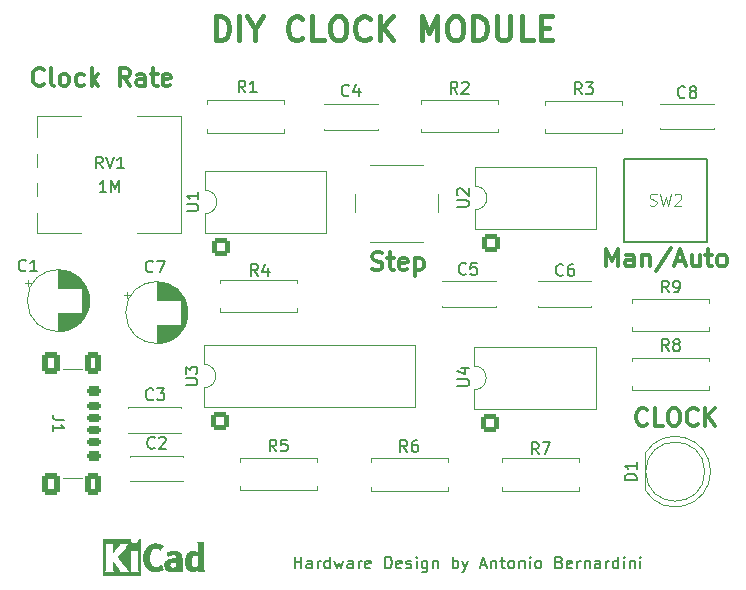
<source format=gbr>
%TF.GenerationSoftware,KiCad,Pcbnew,9.0.1*%
%TF.CreationDate,2025-05-07T15:15:05+02:00*%
%TF.ProjectId,clock-module,636c6f63-6b2d-46d6-9f64-756c652e6b69,rev?*%
%TF.SameCoordinates,Original*%
%TF.FileFunction,Legend,Top*%
%TF.FilePolarity,Positive*%
%FSLAX46Y46*%
G04 Gerber Fmt 4.6, Leading zero omitted, Abs format (unit mm)*
G04 Created by KiCad (PCBNEW 9.0.1) date 2025-05-07 15:15:05*
%MOMM*%
%LPD*%
G01*
G04 APERTURE LIST*
G04 Aperture macros list*
%AMRoundRect*
0 Rectangle with rounded corners*
0 $1 Rounding radius*
0 $2 $3 $4 $5 $6 $7 $8 $9 X,Y pos of 4 corners*
0 Add a 4 corners polygon primitive as box body*
4,1,4,$2,$3,$4,$5,$6,$7,$8,$9,$2,$3,0*
0 Add four circle primitives for the rounded corners*
1,1,$1+$1,$2,$3*
1,1,$1+$1,$4,$5*
1,1,$1+$1,$6,$7*
1,1,$1+$1,$8,$9*
0 Add four rect primitives between the rounded corners*
20,1,$1+$1,$2,$3,$4,$5,0*
20,1,$1+$1,$4,$5,$6,$7,0*
20,1,$1+$1,$6,$7,$8,$9,0*
20,1,$1+$1,$8,$9,$2,$3,0*%
G04 Aperture macros list end*
%ADD10C,0.000000*%
%ADD11C,0.300000*%
%ADD12C,0.400000*%
%ADD13C,0.200000*%
%ADD14C,0.150000*%
%ADD15C,0.100000*%
%ADD16C,0.120000*%
%ADD17C,1.600000*%
%ADD18O,1.600000X1.600000*%
%ADD19C,1.524000*%
%ADD20R,1.800000X1.800000*%
%ADD21C,1.800000*%
%ADD22C,3.200000*%
%ADD23RoundRect,0.250000X0.550000X-0.550000X0.550000X0.550000X-0.550000X0.550000X-0.550000X-0.550000X0*%
%ADD24RoundRect,0.175000X-0.425000X0.175000X-0.425000X-0.175000X0.425000X-0.175000X0.425000X0.175000X0*%
%ADD25RoundRect,0.190000X0.410000X-0.190000X0.410000X0.190000X-0.410000X0.190000X-0.410000X-0.190000X0*%
%ADD26RoundRect,0.200000X0.400000X-0.200000X0.400000X0.200000X-0.400000X0.200000X-0.400000X-0.200000X0*%
%ADD27RoundRect,0.175000X0.425000X-0.175000X0.425000X0.175000X-0.425000X0.175000X-0.425000X-0.175000X0*%
%ADD28RoundRect,0.190000X-0.410000X0.190000X-0.410000X-0.190000X0.410000X-0.190000X0.410000X0.190000X0*%
%ADD29RoundRect,0.200000X-0.400000X0.200000X-0.400000X-0.200000X0.400000X-0.200000X0.400000X0.200000X0*%
%ADD30RoundRect,0.250000X-0.425000X0.650000X-0.425000X-0.650000X0.425000X-0.650000X0.425000X0.650000X0*%
%ADD31RoundRect,0.250000X-0.500000X0.650000X-0.500000X-0.650000X0.500000X-0.650000X0.500000X0.650000X0*%
%ADD32C,2.000000*%
%ADD33R,1.600000X1.600000*%
%ADD34C,4.400000*%
G04 APERTURE END LIST*
D10*
G36*
X109798555Y-105285822D02*
G01*
X109797615Y-105292502D01*
X109796910Y-105299785D01*
X109796431Y-105307591D01*
X109796174Y-105315836D01*
X109796131Y-105324439D01*
X109796298Y-105333317D01*
X109797232Y-105351571D01*
X109798927Y-105369941D01*
X109800044Y-105378964D01*
X109801333Y-105387770D01*
X109802787Y-105396275D01*
X109804401Y-105404399D01*
X109806167Y-105412059D01*
X109808080Y-105419172D01*
X109814791Y-105439617D01*
X109822724Y-105459383D01*
X109831838Y-105478431D01*
X109842090Y-105496717D01*
X109853437Y-105514202D01*
X109865838Y-105530843D01*
X109879249Y-105546599D01*
X109893629Y-105561430D01*
X109908934Y-105575293D01*
X109925124Y-105588147D01*
X109942154Y-105599951D01*
X109959984Y-105610664D01*
X109978570Y-105620244D01*
X109997870Y-105628650D01*
X110017842Y-105635841D01*
X110038444Y-105641775D01*
X110046420Y-105643652D01*
X110054830Y-105645312D01*
X110063610Y-105646756D01*
X110072696Y-105647982D01*
X110082027Y-105648988D01*
X110091538Y-105649774D01*
X110101167Y-105650340D01*
X110110851Y-105650683D01*
X110120527Y-105650802D01*
X110130132Y-105650698D01*
X110139602Y-105650368D01*
X110148874Y-105649812D01*
X110157887Y-105649028D01*
X110166575Y-105648016D01*
X110174877Y-105646775D01*
X110182730Y-105645303D01*
X110194554Y-105642573D01*
X110206208Y-105639415D01*
X110228971Y-105631856D01*
X110250949Y-105622696D01*
X110272071Y-105612009D01*
X110292267Y-105599867D01*
X110311466Y-105586342D01*
X110329599Y-105571506D01*
X110346595Y-105555433D01*
X110362384Y-105538193D01*
X110376896Y-105519860D01*
X110390059Y-105500506D01*
X110401805Y-105480203D01*
X110412063Y-105459023D01*
X110420761Y-105437040D01*
X110427831Y-105414325D01*
X110430734Y-105402715D01*
X110433202Y-105390950D01*
X110434527Y-105383218D01*
X110435595Y-105375262D01*
X110436414Y-105366927D01*
X110436995Y-105358054D01*
X110437343Y-105348486D01*
X110437469Y-105338066D01*
X110437379Y-105326638D01*
X110437083Y-105314044D01*
X110435319Y-105265714D01*
X110513283Y-105265714D01*
X110538169Y-105265745D01*
X110548427Y-105265800D01*
X110557391Y-105265896D01*
X110565186Y-105266043D01*
X110571934Y-105266253D01*
X110577757Y-105266537D01*
X110582780Y-105266904D01*
X110587125Y-105267367D01*
X110589081Y-105267638D01*
X110590915Y-105267936D01*
X110592640Y-105268263D01*
X110594272Y-105268621D01*
X110595828Y-105269011D01*
X110597321Y-105269435D01*
X110598768Y-105269892D01*
X110600184Y-105270386D01*
X110602984Y-105271487D01*
X110605843Y-105272748D01*
X110608886Y-105274180D01*
X110612742Y-105276114D01*
X110616501Y-105278206D01*
X110620156Y-105280451D01*
X110623702Y-105282840D01*
X110627133Y-105285368D01*
X110630441Y-105288028D01*
X110633621Y-105290813D01*
X110636667Y-105293716D01*
X110639572Y-105296730D01*
X110642331Y-105299850D01*
X110644936Y-105303068D01*
X110647382Y-105306377D01*
X110649663Y-105309771D01*
X110651773Y-105313243D01*
X110653704Y-105316786D01*
X110655452Y-105320394D01*
X110658991Y-105360523D01*
X110661008Y-105542733D01*
X110662861Y-106824992D01*
X110662464Y-107971255D01*
X110661422Y-108241339D01*
X110660647Y-108308636D01*
X110659686Y-108333822D01*
X110658500Y-108339039D01*
X110657062Y-108344102D01*
X110655376Y-108349009D01*
X110653446Y-108353754D01*
X110651276Y-108358334D01*
X110648871Y-108362744D01*
X110646234Y-108366981D01*
X110643370Y-108371040D01*
X110640282Y-108374917D01*
X110636976Y-108378608D01*
X110633454Y-108382109D01*
X110629722Y-108385416D01*
X110625783Y-108388524D01*
X110621641Y-108391430D01*
X110617301Y-108394129D01*
X110612766Y-108396617D01*
X110591600Y-108407200D01*
X109030558Y-108407200D01*
X107469163Y-108407200D01*
X107452583Y-108399086D01*
X107448718Y-108396996D01*
X107444819Y-108394583D01*
X107440915Y-108391883D01*
X107437039Y-108388927D01*
X107433220Y-108385751D01*
X107429490Y-108382386D01*
X107425880Y-108378868D01*
X107422420Y-108375230D01*
X107419143Y-108371504D01*
X107416079Y-108367725D01*
X107413258Y-108363927D01*
X107410712Y-108360143D01*
X107408473Y-108356406D01*
X107406570Y-108352750D01*
X107405035Y-108349209D01*
X107403899Y-108345817D01*
X107401856Y-108052658D01*
X107600397Y-108052658D01*
X107973636Y-108052658D01*
X108346522Y-108052658D01*
X108333822Y-108035725D01*
X108328477Y-108028438D01*
X108323292Y-108020738D01*
X108318271Y-108012634D01*
X108313416Y-108004135D01*
X108308730Y-107995249D01*
X108304217Y-107985986D01*
X108299880Y-107976353D01*
X108295722Y-107966360D01*
X108291745Y-107956016D01*
X108287954Y-107945329D01*
X108284350Y-107934309D01*
X108280938Y-107922963D01*
X108277720Y-107911301D01*
X108274700Y-107899332D01*
X108271880Y-107887064D01*
X108269263Y-107874506D01*
X108267484Y-107862806D01*
X108266077Y-107846923D01*
X108264148Y-107789310D01*
X108263013Y-107675076D01*
X108262208Y-107477631D01*
X108261938Y-107330792D01*
X108262164Y-107216002D01*
X108262853Y-107141626D01*
X108263361Y-107122209D01*
X108263653Y-107117401D01*
X108263972Y-107116033D01*
X108510431Y-107451701D01*
X108760330Y-107796895D01*
X108770965Y-107813815D01*
X108781315Y-107831252D01*
X108791193Y-107848829D01*
X108800414Y-107866171D01*
X108808792Y-107882901D01*
X108816141Y-107898643D01*
X108822274Y-107913021D01*
X108824826Y-107919581D01*
X108827005Y-107925658D01*
X108829084Y-107932279D01*
X108830957Y-107938788D01*
X108832621Y-107945198D01*
X108834077Y-107951521D01*
X108835324Y-107957770D01*
X108836363Y-107963957D01*
X108837191Y-107970094D01*
X108837809Y-107976194D01*
X108838216Y-107982269D01*
X108838412Y-107988331D01*
X108838396Y-107994394D01*
X108838167Y-108000469D01*
X108837726Y-108006569D01*
X108837071Y-108012706D01*
X108836202Y-108018893D01*
X108835119Y-108025142D01*
X108830533Y-108052658D01*
X109237991Y-108052658D01*
X109770333Y-108052658D01*
X110118524Y-108052658D01*
X110467069Y-108052658D01*
X110457544Y-108041017D01*
X110451247Y-108032945D01*
X110445319Y-108024732D01*
X110439755Y-108016366D01*
X110434553Y-108007839D01*
X110429708Y-107999140D01*
X110425217Y-107990260D01*
X110421077Y-107981189D01*
X110417283Y-107971916D01*
X110413833Y-107962433D01*
X110410722Y-107952729D01*
X110407946Y-107942795D01*
X110405504Y-107932620D01*
X110403389Y-107922195D01*
X110401600Y-107911511D01*
X110400133Y-107900556D01*
X110398983Y-107889322D01*
X110396425Y-107655916D01*
X110395455Y-107081461D01*
X110395455Y-106313464D01*
X110082894Y-106313464D01*
X109998091Y-106313516D01*
X109929276Y-106313679D01*
X109875037Y-106313966D01*
X109833965Y-106314390D01*
X109804651Y-106314963D01*
X109793962Y-106315309D01*
X109785684Y-106315696D01*
X109779641Y-106316128D01*
X109775656Y-106316604D01*
X109773552Y-106317127D01*
X109773152Y-106317406D01*
X109773155Y-106317697D01*
X109778711Y-106325502D01*
X109783077Y-106331439D01*
X109785483Y-106334612D01*
X109787972Y-106337805D01*
X109790850Y-106341759D01*
X109793782Y-106346053D01*
X109796746Y-106350647D01*
X109799724Y-106355499D01*
X109805633Y-106365822D01*
X109811343Y-106376699D01*
X109816690Y-106387808D01*
X109821508Y-106398825D01*
X109823666Y-106404199D01*
X109825631Y-106409429D01*
X109827380Y-106414475D01*
X109828894Y-106419297D01*
X109832896Y-106437030D01*
X109835971Y-106464657D01*
X109839742Y-106577121D01*
X109840999Y-106811757D01*
X109840536Y-107223631D01*
X109839654Y-107545419D01*
X109838507Y-107758530D01*
X109837793Y-107829395D01*
X109836964Y-107879169D01*
X109836002Y-107909876D01*
X109834891Y-107923542D01*
X109833315Y-107930858D01*
X109831492Y-107938132D01*
X109829414Y-107945382D01*
X109827075Y-107952624D01*
X109824467Y-107959874D01*
X109821583Y-107967148D01*
X109818417Y-107974464D01*
X109814959Y-107981838D01*
X109811204Y-107989287D01*
X109807144Y-107996826D01*
X109802772Y-108004472D01*
X109798081Y-108012243D01*
X109793063Y-108020155D01*
X109787711Y-108028223D01*
X109782018Y-108036465D01*
X109775977Y-108044897D01*
X109770333Y-108052658D01*
X109237991Y-108052658D01*
X109645802Y-108052306D01*
X109628163Y-108037842D01*
X109610499Y-108022222D01*
X109589705Y-108002051D01*
X109566455Y-107978069D01*
X109541424Y-107951014D01*
X109515285Y-107921628D01*
X109488711Y-107890651D01*
X109462378Y-107858821D01*
X109436958Y-107826880D01*
X109055252Y-107303358D01*
X108903222Y-107093615D01*
X108789390Y-106935367D01*
X108718355Y-106834996D01*
X108700323Y-106808510D01*
X108695929Y-106801540D01*
X108694713Y-106798886D01*
X109336769Y-105999492D01*
X109388490Y-105936520D01*
X109412109Y-105908357D01*
X109434362Y-105882276D01*
X109455343Y-105858177D01*
X109475148Y-105835960D01*
X109493874Y-105815527D01*
X109511614Y-105796777D01*
X109528467Y-105779610D01*
X109544525Y-105763926D01*
X109559887Y-105749627D01*
X109574646Y-105736612D01*
X109588899Y-105724781D01*
X109602741Y-105714034D01*
X109616267Y-105704273D01*
X109629575Y-105695397D01*
X109645450Y-105685519D01*
X109246458Y-105685519D01*
X108847466Y-105685519D01*
X108850994Y-105698572D01*
X108851826Y-105702323D01*
X108852473Y-105706766D01*
X108852942Y-105711809D01*
X108853237Y-105717358D01*
X108853365Y-105723320D01*
X108853332Y-105729603D01*
X108852802Y-105742758D01*
X108851693Y-105756078D01*
X108850936Y-105762567D01*
X108850051Y-105768819D01*
X108849045Y-105774740D01*
X108847922Y-105780237D01*
X108846688Y-105785218D01*
X108845349Y-105789589D01*
X108842025Y-105798450D01*
X108838151Y-105807812D01*
X108833749Y-105817637D01*
X108828841Y-105827887D01*
X108817587Y-105849517D01*
X108804560Y-105872403D01*
X108789928Y-105896249D01*
X108773862Y-105920756D01*
X108756531Y-105945627D01*
X108738105Y-105970564D01*
X108487633Y-106288417D01*
X108260797Y-106575578D01*
X108262208Y-106235500D01*
X108262695Y-106115456D01*
X108263261Y-106025112D01*
X108263649Y-105989424D01*
X108264149Y-105959176D01*
X108264790Y-105933707D01*
X108265603Y-105912355D01*
X108266619Y-105894460D01*
X108267868Y-105879360D01*
X108269381Y-105866392D01*
X108271187Y-105854897D01*
X108273318Y-105844211D01*
X108275804Y-105833675D01*
X108281963Y-105810403D01*
X108284046Y-105803311D01*
X108286437Y-105795968D01*
X108289106Y-105788437D01*
X108292023Y-105780780D01*
X108295157Y-105773062D01*
X108298477Y-105765345D01*
X108301953Y-105757692D01*
X108305555Y-105750166D01*
X108309252Y-105742830D01*
X108313014Y-105735747D01*
X108316810Y-105728981D01*
X108320609Y-105722594D01*
X108324382Y-105716649D01*
X108328097Y-105711210D01*
X108331724Y-105706339D01*
X108335233Y-105702100D01*
X108350050Y-105685519D01*
X107975399Y-105685519D01*
X107601102Y-105685519D01*
X107618741Y-105706686D01*
X107624741Y-105714105D01*
X107630440Y-105721555D01*
X107635845Y-105729051D01*
X107640961Y-105736606D01*
X107645793Y-105744236D01*
X107650348Y-105751955D01*
X107654632Y-105759777D01*
X107658649Y-105767717D01*
X107662406Y-105775789D01*
X107665908Y-105784008D01*
X107669161Y-105792388D01*
X107672170Y-105800944D01*
X107674942Y-105809690D01*
X107677482Y-105818641D01*
X107679796Y-105827810D01*
X107681888Y-105837214D01*
X107684870Y-105880589D01*
X107686695Y-106018057D01*
X107688591Y-106832047D01*
X107689002Y-107159929D01*
X107689104Y-107411727D01*
X107688783Y-107598140D01*
X107688430Y-107670170D01*
X107687930Y-107729867D01*
X107687268Y-107778566D01*
X107686431Y-107817606D01*
X107685405Y-107848325D01*
X107684176Y-107872058D01*
X107682730Y-107890145D01*
X107681053Y-107903921D01*
X107679130Y-107914725D01*
X107676949Y-107923894D01*
X107674768Y-107931681D01*
X107672328Y-107939426D01*
X107669635Y-107947117D01*
X107666697Y-107954746D01*
X107663519Y-107962302D01*
X107660107Y-107969777D01*
X107656468Y-107977159D01*
X107652608Y-107984440D01*
X107648533Y-107991609D01*
X107644249Y-107998656D01*
X107639762Y-108005573D01*
X107635079Y-108012348D01*
X107630206Y-108018972D01*
X107625149Y-108025436D01*
X107619914Y-108031729D01*
X107614508Y-108037842D01*
X107600397Y-108052658D01*
X107401856Y-108052658D01*
X107401210Y-107959834D01*
X107400372Y-106833811D01*
X107400372Y-105334506D01*
X107407780Y-105318631D01*
X107409608Y-105314752D01*
X107411526Y-105311049D01*
X107413540Y-105307515D01*
X107415657Y-105304145D01*
X107417883Y-105300931D01*
X107420226Y-105297869D01*
X107422691Y-105294951D01*
X107425287Y-105292172D01*
X107428018Y-105289525D01*
X107430893Y-105287005D01*
X107433918Y-105284604D01*
X107437099Y-105282316D01*
X107440444Y-105280137D01*
X107443958Y-105278058D01*
X107447650Y-105276075D01*
X107451524Y-105274180D01*
X107469163Y-105265714D01*
X108635447Y-105265714D01*
X109801730Y-105265714D01*
X109798555Y-105285822D01*
G37*
G36*
X111920220Y-105650904D02*
G01*
X111945880Y-105651443D01*
X111968978Y-105652396D01*
X111988247Y-105653769D01*
X112023335Y-105657742D01*
X112059602Y-105663261D01*
X112096736Y-105670252D01*
X112134429Y-105678640D01*
X112172370Y-105688351D01*
X112210249Y-105699311D01*
X112247755Y-105711444D01*
X112284580Y-105724678D01*
X112296470Y-105729411D01*
X112311369Y-105735752D01*
X112347816Y-105752150D01*
X112389157Y-105771658D01*
X112430630Y-105792058D01*
X112450590Y-105801993D01*
X112470185Y-105811538D01*
X112488921Y-105820472D01*
X112506301Y-105828571D01*
X112521829Y-105835611D01*
X112535008Y-105841370D01*
X112545343Y-105845624D01*
X112552338Y-105848150D01*
X112562492Y-105851281D01*
X112571653Y-105854147D01*
X112575552Y-105855398D01*
X112578830Y-105856484D01*
X112581364Y-105857372D01*
X112583030Y-105858028D01*
X112583501Y-105858853D01*
X112583142Y-105860747D01*
X112579624Y-105868209D01*
X112571856Y-105881350D01*
X112559218Y-105901111D01*
X112516851Y-105964241D01*
X112447564Y-106065108D01*
X112306452Y-106270425D01*
X112284227Y-106244672D01*
X112272184Y-106231557D01*
X112259618Y-106218946D01*
X112246552Y-106206853D01*
X112233008Y-106195294D01*
X112219010Y-106184286D01*
X112204579Y-106173842D01*
X112189740Y-106163980D01*
X112174513Y-106154714D01*
X112158923Y-106146060D01*
X112142992Y-106138033D01*
X112126743Y-106130649D01*
X112110198Y-106123923D01*
X112093380Y-106117871D01*
X112076312Y-106112509D01*
X112059016Y-106107851D01*
X112041516Y-106103914D01*
X112019969Y-106099874D01*
X111998352Y-106096744D01*
X111976715Y-106094517D01*
X111955102Y-106093187D01*
X111933562Y-106092746D01*
X111912141Y-106093186D01*
X111890887Y-106094500D01*
X111869846Y-106096682D01*
X111849065Y-106099723D01*
X111828592Y-106103618D01*
X111808473Y-106108357D01*
X111788756Y-106113935D01*
X111769488Y-106120344D01*
X111750715Y-106127576D01*
X111732485Y-106135625D01*
X111714844Y-106144483D01*
X111682216Y-106164266D01*
X111651297Y-106187570D01*
X111622127Y-106214304D01*
X111594745Y-106244375D01*
X111569190Y-106277691D01*
X111545502Y-106314160D01*
X111523720Y-106353690D01*
X111503883Y-106396190D01*
X111486030Y-106441568D01*
X111470201Y-106489730D01*
X111456434Y-106540586D01*
X111444770Y-106594043D01*
X111435248Y-106650010D01*
X111427906Y-106708394D01*
X111422784Y-106769104D01*
X111419922Y-106832047D01*
X111419284Y-106867257D01*
X111419353Y-106901956D01*
X111420122Y-106936114D01*
X111421586Y-106969702D01*
X111423741Y-107002688D01*
X111426582Y-107035043D01*
X111430102Y-107066734D01*
X111434297Y-107097733D01*
X111439162Y-107128008D01*
X111444692Y-107157530D01*
X111450881Y-107186266D01*
X111457724Y-107214188D01*
X111465216Y-107241265D01*
X111473353Y-107267465D01*
X111482127Y-107292759D01*
X111491536Y-107317117D01*
X111504816Y-107347786D01*
X111519249Y-107377078D01*
X111534819Y-107404981D01*
X111551513Y-107431483D01*
X111569318Y-107456571D01*
X111588218Y-107480232D01*
X111608201Y-107502455D01*
X111629251Y-107523227D01*
X111651356Y-107542536D01*
X111674501Y-107560368D01*
X111698673Y-107576712D01*
X111723856Y-107591556D01*
X111750039Y-107604886D01*
X111777205Y-107616691D01*
X111805342Y-107626958D01*
X111834436Y-107635675D01*
X111844986Y-107638384D01*
X111854412Y-107640476D01*
X111863507Y-107642031D01*
X111873065Y-107643127D01*
X111883880Y-107643843D01*
X111896745Y-107644257D01*
X111912455Y-107644448D01*
X111931802Y-107644494D01*
X111949663Y-107644422D01*
X111964952Y-107644180D01*
X111978175Y-107643732D01*
X111989834Y-107643039D01*
X112000435Y-107642066D01*
X112010483Y-107640774D01*
X112020480Y-107639126D01*
X112030933Y-107637086D01*
X112044771Y-107634000D01*
X112058260Y-107630686D01*
X112071432Y-107627133D01*
X112084318Y-107623328D01*
X112096950Y-107619258D01*
X112109359Y-107614911D01*
X112121577Y-107610274D01*
X112133635Y-107605336D01*
X112145565Y-107600084D01*
X112157399Y-107594505D01*
X112169167Y-107588587D01*
X112180902Y-107582317D01*
X112192635Y-107575684D01*
X112204397Y-107568675D01*
X112216220Y-107561277D01*
X112228136Y-107553478D01*
X112235540Y-107548415D01*
X112243402Y-107542806D01*
X112260112Y-107530277D01*
X112277491Y-107516550D01*
X112294767Y-107502281D01*
X112311166Y-107488128D01*
X112325916Y-107474748D01*
X112332431Y-107468553D01*
X112338243Y-107462798D01*
X112343256Y-107457565D01*
X112347374Y-107452936D01*
X112348432Y-107451717D01*
X112349484Y-107450575D01*
X112350524Y-107449515D01*
X112351547Y-107448537D01*
X112352548Y-107447647D01*
X112353520Y-107446846D01*
X112354458Y-107446139D01*
X112355356Y-107445528D01*
X112355789Y-107445259D01*
X112356209Y-107445016D01*
X112356616Y-107444798D01*
X112357011Y-107444606D01*
X112357390Y-107444440D01*
X112357755Y-107444301D01*
X112358105Y-107444190D01*
X112358437Y-107444105D01*
X112358753Y-107444049D01*
X112359052Y-107444021D01*
X112359331Y-107444022D01*
X112359592Y-107444052D01*
X112359832Y-107444111D01*
X112360052Y-107444200D01*
X112360251Y-107444319D01*
X112360427Y-107444469D01*
X112400291Y-107508851D01*
X112492014Y-107658958D01*
X112621130Y-107870272D01*
X112599258Y-107878033D01*
X112590108Y-107881335D01*
X112581487Y-107884736D01*
X112572271Y-107888799D01*
X112561334Y-107894085D01*
X112547554Y-107901157D01*
X112529805Y-107910577D01*
X112477902Y-107938711D01*
X112448379Y-107954494D01*
X112419651Y-107969195D01*
X112391584Y-107982856D01*
X112364049Y-107995519D01*
X112336912Y-108007228D01*
X112310043Y-108018024D01*
X112283309Y-108027950D01*
X112256578Y-108037048D01*
X112229720Y-108045360D01*
X112202601Y-108052930D01*
X112175091Y-108059798D01*
X112147057Y-108066009D01*
X112118368Y-108071603D01*
X112088892Y-108076624D01*
X112058498Y-108081113D01*
X112027052Y-108085114D01*
X112000723Y-108087266D01*
X111967036Y-108088708D01*
X111928454Y-108089455D01*
X111887440Y-108089524D01*
X111846460Y-108088931D01*
X111807977Y-108087694D01*
X111774455Y-108085828D01*
X111748358Y-108083350D01*
X111693890Y-108074868D01*
X111641060Y-108064093D01*
X111589836Y-108051006D01*
X111540186Y-108035587D01*
X111492078Y-108017819D01*
X111445480Y-107997681D01*
X111400360Y-107975154D01*
X111356686Y-107950220D01*
X111314426Y-107922860D01*
X111273548Y-107893053D01*
X111234019Y-107860782D01*
X111195808Y-107826026D01*
X111158883Y-107788767D01*
X111123212Y-107748986D01*
X111088762Y-107706664D01*
X111055502Y-107661781D01*
X111024941Y-107616204D01*
X110996503Y-107568944D01*
X110970202Y-107520063D01*
X110946053Y-107469621D01*
X110924070Y-107417681D01*
X110904268Y-107364304D01*
X110886661Y-107309551D01*
X110871264Y-107253484D01*
X110858091Y-107196165D01*
X110847157Y-107137654D01*
X110838475Y-107078014D01*
X110832062Y-107017305D01*
X110827930Y-106955590D01*
X110826095Y-106892930D01*
X110826571Y-106829386D01*
X110829372Y-106765020D01*
X110834372Y-106702427D01*
X110841446Y-106641627D01*
X110850608Y-106582584D01*
X110861871Y-106525263D01*
X110875252Y-106469628D01*
X110890763Y-106415645D01*
X110908421Y-106363279D01*
X110928238Y-106312494D01*
X110950229Y-106263255D01*
X110974410Y-106215527D01*
X111000795Y-106169275D01*
X111029397Y-106124463D01*
X111060231Y-106081057D01*
X111093313Y-106039022D01*
X111128656Y-105998322D01*
X111166275Y-105958922D01*
X111200171Y-105926330D01*
X111234906Y-105895501D01*
X111270460Y-105866443D01*
X111306812Y-105839165D01*
X111343941Y-105813678D01*
X111381827Y-105789990D01*
X111420449Y-105768111D01*
X111459785Y-105748049D01*
X111499817Y-105729815D01*
X111540522Y-105713418D01*
X111581880Y-105698866D01*
X111623871Y-105686170D01*
X111666474Y-105675338D01*
X111709668Y-105666380D01*
X111753432Y-105659305D01*
X111797747Y-105654122D01*
X111817247Y-105652718D01*
X111840510Y-105651686D01*
X111866270Y-105651034D01*
X111893261Y-105650771D01*
X111920220Y-105650904D01*
G37*
G36*
X116011677Y-106684586D02*
G01*
X116012648Y-107543291D01*
X116013761Y-107772470D01*
X116015205Y-107860395D01*
X116016888Y-107874009D01*
X116018763Y-107887204D01*
X116020831Y-107899982D01*
X116023093Y-107912347D01*
X116025552Y-107924300D01*
X116028209Y-107935844D01*
X116031066Y-107946982D01*
X116034123Y-107957717D01*
X116037383Y-107968051D01*
X116040847Y-107977986D01*
X116044517Y-107987525D01*
X116048394Y-107996671D01*
X116052480Y-108005427D01*
X116056776Y-108013794D01*
X116061284Y-108021776D01*
X116066005Y-108029375D01*
X116081527Y-108052658D01*
X115785547Y-108052658D01*
X115489566Y-108052658D01*
X115489566Y-107985278D01*
X115489566Y-107917897D01*
X115465930Y-107939770D01*
X115456111Y-107948467D01*
X115445734Y-107957081D01*
X115434844Y-107965584D01*
X115423487Y-107973950D01*
X115411708Y-107982153D01*
X115399553Y-107990166D01*
X115387067Y-107997964D01*
X115374296Y-108005518D01*
X115361285Y-108012805D01*
X115348080Y-108019796D01*
X115334726Y-108026465D01*
X115321269Y-108032787D01*
X115307754Y-108038735D01*
X115294226Y-108044282D01*
X115280732Y-108049402D01*
X115267316Y-108054070D01*
X115245824Y-108060721D01*
X115223737Y-108066649D01*
X115201137Y-108071851D01*
X115178107Y-108076322D01*
X115154730Y-108080060D01*
X115131089Y-108083060D01*
X115107265Y-108085319D01*
X115083343Y-108086834D01*
X115059403Y-108087600D01*
X115035530Y-108087614D01*
X115011806Y-108086873D01*
X114988313Y-108085373D01*
X114965135Y-108083110D01*
X114942353Y-108080081D01*
X114920051Y-108076281D01*
X114898311Y-108071708D01*
X114862764Y-108062275D01*
X114828000Y-108050680D01*
X114794083Y-108036978D01*
X114761075Y-108021223D01*
X114729041Y-108003468D01*
X114698044Y-107983769D01*
X114668148Y-107962180D01*
X114639416Y-107938755D01*
X114611912Y-107913548D01*
X114585700Y-107886614D01*
X114560842Y-107858006D01*
X114537403Y-107827779D01*
X114515446Y-107795987D01*
X114495034Y-107762685D01*
X114476232Y-107727927D01*
X114459103Y-107691767D01*
X114446943Y-107663090D01*
X114435729Y-107634050D01*
X114425452Y-107604608D01*
X114416108Y-107574722D01*
X114407690Y-107544352D01*
X114400192Y-107513458D01*
X114393607Y-107482000D01*
X114387930Y-107449937D01*
X114383154Y-107417230D01*
X114379273Y-107383837D01*
X114376281Y-107349719D01*
X114374171Y-107314835D01*
X114372938Y-107279144D01*
X114372575Y-107242608D01*
X114372659Y-107236358D01*
X114944748Y-107236358D01*
X114946509Y-107295289D01*
X114948280Y-107323454D01*
X114950652Y-107350449D01*
X114953631Y-107376046D01*
X114957225Y-107400020D01*
X114961667Y-107423656D01*
X114966787Y-107446267D01*
X114972574Y-107467838D01*
X114979020Y-107488352D01*
X114986114Y-107507793D01*
X114989902Y-107517106D01*
X114993849Y-107526145D01*
X114997953Y-107534908D01*
X115002214Y-107543392D01*
X115006630Y-107551597D01*
X115011200Y-107559519D01*
X115015923Y-107567157D01*
X115020798Y-107574509D01*
X115025823Y-107581572D01*
X115030998Y-107588346D01*
X115036321Y-107594827D01*
X115041792Y-107601013D01*
X115047408Y-107606904D01*
X115053169Y-107612496D01*
X115059074Y-107617788D01*
X115065122Y-107622778D01*
X115071310Y-107627464D01*
X115077639Y-107631843D01*
X115084107Y-107635914D01*
X115090713Y-107639675D01*
X115097455Y-107643124D01*
X115104333Y-107646258D01*
X115122468Y-107653079D01*
X115141477Y-107658342D01*
X115161253Y-107662070D01*
X115181685Y-107664283D01*
X115202665Y-107665004D01*
X115224084Y-107664254D01*
X115245832Y-107662055D01*
X115267801Y-107658429D01*
X115289882Y-107653397D01*
X115311965Y-107646982D01*
X115333942Y-107639204D01*
X115355704Y-107630086D01*
X115377140Y-107619649D01*
X115398144Y-107607914D01*
X115418604Y-107594905D01*
X115438413Y-107580641D01*
X115456052Y-107567236D01*
X115457111Y-107169303D01*
X115457317Y-107044194D01*
X115457375Y-106948293D01*
X115457333Y-106910067D01*
X115457235Y-106877668D01*
X115457075Y-106850605D01*
X115456846Y-106828387D01*
X115456544Y-106810522D01*
X115456160Y-106796519D01*
X115455936Y-106790812D01*
X115455690Y-106785887D01*
X115455420Y-106781681D01*
X115455127Y-106778133D01*
X115454808Y-106775182D01*
X115454464Y-106772766D01*
X115454094Y-106770825D01*
X115453696Y-106769296D01*
X115453271Y-106768118D01*
X115452816Y-106767230D01*
X115452333Y-106766571D01*
X115451819Y-106766078D01*
X115444222Y-106760161D01*
X115436273Y-106754329D01*
X115428006Y-106748602D01*
X115419457Y-106742998D01*
X115410663Y-106737537D01*
X115401658Y-106732238D01*
X115392478Y-106727119D01*
X115383159Y-106722201D01*
X115373738Y-106717502D01*
X115364248Y-106713040D01*
X115354726Y-106708837D01*
X115345208Y-106704909D01*
X115335729Y-106701278D01*
X115326326Y-106697961D01*
X115317032Y-106694977D01*
X115307885Y-106692347D01*
X115301564Y-106690897D01*
X115294092Y-106689592D01*
X115285641Y-106688437D01*
X115276384Y-106687436D01*
X115256137Y-106685917D01*
X115234729Y-106685071D01*
X115213535Y-106684937D01*
X115193933Y-106685551D01*
X115185159Y-106686150D01*
X115177299Y-106686950D01*
X115170526Y-106687956D01*
X115165011Y-106689172D01*
X115146956Y-106694890D01*
X115129700Y-106701993D01*
X115113239Y-106710483D01*
X115097570Y-106720365D01*
X115082687Y-106731643D01*
X115068589Y-106744319D01*
X115055271Y-106758398D01*
X115042729Y-106773883D01*
X115030961Y-106790778D01*
X115019962Y-106809086D01*
X115009729Y-106828811D01*
X115000258Y-106849956D01*
X114991546Y-106872526D01*
X114983589Y-106896523D01*
X114976383Y-106921952D01*
X114969924Y-106948817D01*
X114964960Y-106973286D01*
X114960524Y-106999313D01*
X114956620Y-107026672D01*
X114953256Y-107055135D01*
X114948171Y-107114462D01*
X114945318Y-107175476D01*
X114944748Y-107236358D01*
X114372659Y-107236358D01*
X114373077Y-107205184D01*
X114374436Y-107166833D01*
X114376716Y-107124555D01*
X114379598Y-107083794D01*
X114383098Y-107044483D01*
X114387229Y-107006551D01*
X114392008Y-106969930D01*
X114397448Y-106934550D01*
X114403566Y-106900342D01*
X114410375Y-106867237D01*
X114417891Y-106835165D01*
X114426129Y-106804058D01*
X114435105Y-106773846D01*
X114444832Y-106744459D01*
X114455326Y-106715829D01*
X114466601Y-106687886D01*
X114478674Y-106660562D01*
X114491558Y-106633786D01*
X114510232Y-106598785D01*
X114530256Y-106565495D01*
X114551605Y-106533932D01*
X114574257Y-106504113D01*
X114598189Y-106476052D01*
X114623376Y-106449766D01*
X114649797Y-106425272D01*
X114677428Y-106402584D01*
X114706245Y-106381720D01*
X114736225Y-106362695D01*
X114767346Y-106345525D01*
X114799583Y-106330226D01*
X114832913Y-106316815D01*
X114867314Y-106305306D01*
X114902762Y-106295717D01*
X114939233Y-106288064D01*
X114948822Y-106286555D01*
X114959618Y-106285207D01*
X114984179Y-106283004D01*
X115011601Y-106281478D01*
X115040568Y-106280655D01*
X115069768Y-106280560D01*
X115097884Y-106281218D01*
X115123602Y-106282652D01*
X115145608Y-106284889D01*
X115168136Y-106288201D01*
X115190082Y-106292053D01*
X115211453Y-106296447D01*
X115232253Y-106301387D01*
X115252490Y-106306874D01*
X115272168Y-106312912D01*
X115291292Y-106319503D01*
X115309870Y-106326649D01*
X115327906Y-106334353D01*
X115345406Y-106342618D01*
X115362376Y-106351447D01*
X115378822Y-106360841D01*
X115394748Y-106370803D01*
X115410162Y-106381337D01*
X115425068Y-106392444D01*
X115439472Y-106404128D01*
X115458169Y-106420003D01*
X115457111Y-106050292D01*
X115456630Y-105928087D01*
X115456174Y-105835913D01*
X115455922Y-105799630D01*
X115455635Y-105769106D01*
X115455301Y-105743757D01*
X115454906Y-105723002D01*
X115454437Y-105706257D01*
X115454170Y-105699206D01*
X115453880Y-105692939D01*
X115453564Y-105687383D01*
X115453221Y-105682465D01*
X115452850Y-105678113D01*
X115452448Y-105674253D01*
X115452014Y-105670812D01*
X115451546Y-105667719D01*
X115451043Y-105664899D01*
X115450503Y-105662280D01*
X115449305Y-105657354D01*
X115447938Y-105652358D01*
X115446140Y-105646409D01*
X115444066Y-105640232D01*
X115441740Y-105633875D01*
X115439185Y-105627383D01*
X115436423Y-105620802D01*
X115433477Y-105614178D01*
X115430370Y-105607557D01*
X115427124Y-105600985D01*
X115423763Y-105594508D01*
X115420309Y-105588173D01*
X115416784Y-105582024D01*
X115413212Y-105576109D01*
X115409615Y-105570472D01*
X115406016Y-105565161D01*
X115402437Y-105560221D01*
X115398902Y-105555697D01*
X115386908Y-105540881D01*
X115699116Y-105540881D01*
X116011677Y-105540881D01*
X116011677Y-106684586D01*
G37*
G36*
X113487821Y-106279333D02*
G01*
X113503350Y-106279862D01*
X113540469Y-106281714D01*
X113565398Y-106283286D01*
X113587306Y-106284900D01*
X113607039Y-106286662D01*
X113625445Y-106288681D01*
X113643371Y-106291064D01*
X113661665Y-106293918D01*
X113681174Y-106297350D01*
X113702747Y-106301469D01*
X113736703Y-106308910D01*
X113769377Y-106317600D01*
X113800760Y-106327534D01*
X113830844Y-106338704D01*
X113859619Y-106351104D01*
X113887077Y-106364728D01*
X113913209Y-106379567D01*
X113938006Y-106395617D01*
X113961459Y-106412870D01*
X113983560Y-106431318D01*
X114004300Y-106450957D01*
X114023670Y-106471778D01*
X114041661Y-106493776D01*
X114058265Y-106516943D01*
X114073472Y-106541273D01*
X114087274Y-106566758D01*
X114093024Y-106578781D01*
X114098627Y-106591420D01*
X114109373Y-106618462D01*
X114119465Y-106647721D01*
X114128858Y-106679030D01*
X114137508Y-106712224D01*
X114145367Y-106747138D01*
X114152392Y-106783606D01*
X114158536Y-106821464D01*
X114161589Y-106859591D01*
X114163651Y-106942864D01*
X114166649Y-107378853D01*
X114167994Y-107619150D01*
X114169472Y-107783048D01*
X114170301Y-107839180D01*
X114171213Y-107879610D01*
X114172225Y-107905472D01*
X114173352Y-107917897D01*
X114174977Y-107925975D01*
X114176806Y-107933933D01*
X114178837Y-107941768D01*
X114181069Y-107949476D01*
X114183500Y-107957055D01*
X114186127Y-107964499D01*
X114188948Y-107971806D01*
X114191961Y-107978972D01*
X114195165Y-107985993D01*
X114198557Y-107992866D01*
X114202134Y-107999587D01*
X114205896Y-108006152D01*
X114209840Y-108012559D01*
X114213963Y-108018802D01*
X114218264Y-108024879D01*
X114222741Y-108030786D01*
X114225692Y-108034443D01*
X114228424Y-108037946D01*
X114230883Y-108041210D01*
X114233016Y-108044148D01*
X114234768Y-108046671D01*
X114235484Y-108047751D01*
X114236086Y-108048695D01*
X114236565Y-108049492D01*
X114236916Y-108050132D01*
X114237131Y-108050603D01*
X114237186Y-108050772D01*
X114237205Y-108050894D01*
X114213949Y-108051617D01*
X114150642Y-108052173D01*
X113942636Y-108052658D01*
X113648066Y-108052658D01*
X113648066Y-107985278D01*
X113648066Y-107917897D01*
X113620902Y-107942945D01*
X113598593Y-107962540D01*
X113574856Y-107980826D01*
X113549782Y-107997776D01*
X113523464Y-108013362D01*
X113495995Y-108027557D01*
X113467467Y-108040334D01*
X113437972Y-108051665D01*
X113407604Y-108061522D01*
X113376455Y-108069879D01*
X113344616Y-108076707D01*
X113312181Y-108081980D01*
X113279243Y-108085671D01*
X113245893Y-108087751D01*
X113212224Y-108088193D01*
X113178329Y-108086971D01*
X113144299Y-108084056D01*
X113119057Y-108080900D01*
X113094270Y-108076932D01*
X113069952Y-108072162D01*
X113046116Y-108066602D01*
X113022775Y-108060265D01*
X112999944Y-108053161D01*
X112977635Y-108045302D01*
X112955861Y-108036701D01*
X112934636Y-108027368D01*
X112913973Y-108017316D01*
X112893886Y-108006556D01*
X112874387Y-107995100D01*
X112855491Y-107982959D01*
X112837209Y-107970146D01*
X112819557Y-107956672D01*
X112802546Y-107942548D01*
X112786191Y-107927786D01*
X112770504Y-107912399D01*
X112755499Y-107896397D01*
X112741189Y-107879793D01*
X112727588Y-107862597D01*
X112714708Y-107844823D01*
X112702564Y-107826481D01*
X112691168Y-107807583D01*
X112680533Y-107788141D01*
X112670674Y-107768166D01*
X112661603Y-107747671D01*
X112653333Y-107726666D01*
X112645879Y-107705164D01*
X112639253Y-107683177D01*
X112633468Y-107660716D01*
X112628538Y-107637792D01*
X112624879Y-107617162D01*
X112621838Y-107596444D01*
X112619411Y-107575685D01*
X112617597Y-107554927D01*
X112616392Y-107534218D01*
X112615795Y-107513601D01*
X112615800Y-107498634D01*
X113140447Y-107498634D01*
X113140463Y-107506004D01*
X113140661Y-107513508D01*
X113141036Y-107521066D01*
X113141585Y-107528595D01*
X113142304Y-107536013D01*
X113143188Y-107543238D01*
X113144233Y-107550187D01*
X113145436Y-107556778D01*
X113146791Y-107562930D01*
X113148295Y-107568560D01*
X113149944Y-107573586D01*
X113154094Y-107584033D01*
X113158988Y-107594193D01*
X113164599Y-107604043D01*
X113170901Y-107613560D01*
X113177869Y-107622722D01*
X113185477Y-107631505D01*
X113193698Y-107639887D01*
X113202508Y-107647846D01*
X113211880Y-107655358D01*
X113221788Y-107662401D01*
X113232207Y-107668952D01*
X113243110Y-107674988D01*
X113254473Y-107680486D01*
X113266269Y-107685425D01*
X113278471Y-107689781D01*
X113291055Y-107693531D01*
X113298111Y-107695213D01*
X113305974Y-107696688D01*
X113314536Y-107697954D01*
X113323687Y-107699010D01*
X113333318Y-107699855D01*
X113343319Y-107700488D01*
X113363992Y-107701115D01*
X113384831Y-107700882D01*
X113395038Y-107700441D01*
X113404958Y-107699781D01*
X113414482Y-107698903D01*
X113423499Y-107697804D01*
X113431899Y-107696484D01*
X113439575Y-107694942D01*
X113452202Y-107691885D01*
X113464429Y-107688400D01*
X113476267Y-107684479D01*
X113487729Y-107680114D01*
X113498827Y-107675299D01*
X113509573Y-107670025D01*
X113519981Y-107664287D01*
X113530062Y-107658077D01*
X113539829Y-107651386D01*
X113549294Y-107644209D01*
X113558470Y-107636538D01*
X113567368Y-107628366D01*
X113576002Y-107619685D01*
X113584384Y-107610489D01*
X113592526Y-107600769D01*
X113600441Y-107590519D01*
X113616316Y-107568647D01*
X113616316Y-107430005D01*
X113616290Y-107386959D01*
X113616246Y-107369221D01*
X113616173Y-107353789D01*
X113616062Y-107340501D01*
X113615907Y-107329193D01*
X113615700Y-107319703D01*
X113615575Y-107315590D01*
X113615434Y-107311869D01*
X113615277Y-107308522D01*
X113615102Y-107305527D01*
X113614909Y-107302865D01*
X113614697Y-107300515D01*
X113614465Y-107298456D01*
X113614211Y-107296669D01*
X113613936Y-107295133D01*
X113613637Y-107293828D01*
X113613315Y-107292733D01*
X113612969Y-107291828D01*
X113612786Y-107291440D01*
X113612596Y-107291092D01*
X113612400Y-107290782D01*
X113612197Y-107290506D01*
X113611988Y-107290263D01*
X113611771Y-107290049D01*
X113611548Y-107289862D01*
X113611317Y-107289700D01*
X113610833Y-107289440D01*
X113610319Y-107289247D01*
X113608425Y-107288788D01*
X113605485Y-107288216D01*
X113597046Y-107286822D01*
X113586159Y-107285229D01*
X113573983Y-107283603D01*
X113556054Y-107282030D01*
X113534141Y-107281006D01*
X113509615Y-107280521D01*
X113483848Y-107280560D01*
X113458214Y-107281112D01*
X113434085Y-107282164D01*
X113412832Y-107283704D01*
X113395830Y-107285719D01*
X113380569Y-107288325D01*
X113365504Y-107291370D01*
X113350674Y-107294837D01*
X113336117Y-107298712D01*
X113321872Y-107302976D01*
X113307978Y-107307616D01*
X113294474Y-107312614D01*
X113281398Y-107317954D01*
X113268789Y-107323622D01*
X113256686Y-107329600D01*
X113245128Y-107335872D01*
X113234153Y-107342423D01*
X113223801Y-107349236D01*
X113214109Y-107356296D01*
X113205117Y-107363587D01*
X113196864Y-107371092D01*
X113191866Y-107376138D01*
X113187064Y-107381349D01*
X113182463Y-107386716D01*
X113178067Y-107392231D01*
X113173882Y-107397884D01*
X113169913Y-107403666D01*
X113166165Y-107409570D01*
X113162644Y-107415586D01*
X113159354Y-107421705D01*
X113156301Y-107427919D01*
X113153489Y-107434218D01*
X113150925Y-107440594D01*
X113148613Y-107447039D01*
X113146558Y-107453543D01*
X113144766Y-107460098D01*
X113143241Y-107466695D01*
X113142285Y-107472154D01*
X113141532Y-107478160D01*
X113140978Y-107484631D01*
X113140617Y-107491483D01*
X113140447Y-107498634D01*
X112615800Y-107498634D01*
X112615802Y-107493121D01*
X112616412Y-107472824D01*
X112617620Y-107452754D01*
X112619426Y-107432957D01*
X112621826Y-107413476D01*
X112624818Y-107394358D01*
X112628398Y-107375648D01*
X112632566Y-107357389D01*
X112637317Y-107339628D01*
X112642650Y-107322408D01*
X112645248Y-107314954D01*
X112648253Y-107307062D01*
X112651626Y-107298804D01*
X112655327Y-107290256D01*
X112663560Y-107272582D01*
X112672635Y-107254631D01*
X112682240Y-107236994D01*
X112692060Y-107220263D01*
X112696953Y-107212421D01*
X112701781Y-107205028D01*
X112706506Y-107198156D01*
X112711088Y-107191881D01*
X112720262Y-107180073D01*
X112730036Y-107168345D01*
X112740384Y-107156718D01*
X112751278Y-107145215D01*
X112762690Y-107133856D01*
X112774595Y-107122663D01*
X112786963Y-107111659D01*
X112799768Y-107100864D01*
X112812982Y-107090301D01*
X112826578Y-107079991D01*
X112840529Y-107069956D01*
X112854807Y-107060217D01*
X112869384Y-107050797D01*
X112884234Y-107041717D01*
X112899329Y-107032999D01*
X112914641Y-107024664D01*
X112934108Y-107014819D01*
X112954037Y-107005519D01*
X112974473Y-106996754D01*
X112995455Y-106988515D01*
X113017027Y-106980793D01*
X113039229Y-106973579D01*
X113062104Y-106966862D01*
X113085694Y-106960635D01*
X113110041Y-106954887D01*
X113135186Y-106949609D01*
X113161171Y-106944792D01*
X113188038Y-106940427D01*
X113244587Y-106933015D01*
X113305166Y-106927297D01*
X113329959Y-106925760D01*
X113361230Y-106924591D01*
X113435385Y-106923373D01*
X113511988Y-106923676D01*
X113546318Y-106924408D01*
X113575394Y-106925533D01*
X113624430Y-106928356D01*
X113622313Y-106888139D01*
X113620573Y-106865981D01*
X113619292Y-106855300D01*
X113617737Y-106844886D01*
X113615908Y-106834738D01*
X113613807Y-106824858D01*
X113611433Y-106815246D01*
X113608787Y-106805903D01*
X113605868Y-106796829D01*
X113602679Y-106788025D01*
X113599218Y-106779491D01*
X113595487Y-106771228D01*
X113591486Y-106763237D01*
X113587214Y-106755518D01*
X113582673Y-106748071D01*
X113577863Y-106740898D01*
X113572785Y-106733999D01*
X113567438Y-106727374D01*
X113561823Y-106721024D01*
X113555940Y-106714950D01*
X113549791Y-106709153D01*
X113543374Y-106703631D01*
X113536691Y-106698388D01*
X113529742Y-106693422D01*
X113522528Y-106688735D01*
X113515048Y-106684327D01*
X113507304Y-106680198D01*
X113499295Y-106676350D01*
X113491022Y-106672783D01*
X113482485Y-106669497D01*
X113473685Y-106666493D01*
X113464622Y-106663772D01*
X113457952Y-106662284D01*
X113449711Y-106660995D01*
X113429278Y-106659015D01*
X113404842Y-106657838D01*
X113377927Y-106657466D01*
X113350052Y-106657905D01*
X113322739Y-106659158D01*
X113297510Y-106661230D01*
X113286152Y-106662575D01*
X113275886Y-106664125D01*
X113258340Y-106667268D01*
X113240524Y-106670867D01*
X113204261Y-106679366D01*
X113167452Y-106689494D01*
X113130453Y-106701122D01*
X113093619Y-106714124D01*
X113057307Y-106728369D01*
X113021871Y-106743731D01*
X112987666Y-106760080D01*
X112983792Y-106762008D01*
X112980350Y-106763694D01*
X112977312Y-106765146D01*
X112975934Y-106765786D01*
X112974646Y-106766370D01*
X112973444Y-106766898D01*
X112972324Y-106767372D01*
X112971282Y-106767793D01*
X112970315Y-106768161D01*
X112969419Y-106768476D01*
X112968589Y-106768741D01*
X112967823Y-106768955D01*
X112967117Y-106769120D01*
X112966466Y-106769237D01*
X112965868Y-106769305D01*
X112965317Y-106769327D01*
X112965059Y-106769321D01*
X112964811Y-106769303D01*
X112964574Y-106769274D01*
X112964347Y-106769233D01*
X112964128Y-106769182D01*
X112963919Y-106769120D01*
X112963718Y-106769046D01*
X112963524Y-106768962D01*
X112963338Y-106768867D01*
X112963159Y-106768762D01*
X112962987Y-106768646D01*
X112962820Y-106768520D01*
X112962503Y-106768237D01*
X112962205Y-106767914D01*
X112961920Y-106767551D01*
X112961647Y-106767150D01*
X112961381Y-106766712D01*
X112961118Y-106766236D01*
X112960855Y-106765725D01*
X112882803Y-106579061D01*
X112808455Y-106397425D01*
X112808481Y-106397291D01*
X112808561Y-106397152D01*
X112808871Y-106396866D01*
X112809376Y-106396568D01*
X112810064Y-106396262D01*
X112810927Y-106395949D01*
X112811952Y-106395633D01*
X112814452Y-106395000D01*
X112817481Y-106394383D01*
X112820957Y-106393804D01*
X112824796Y-106393282D01*
X112828916Y-106392839D01*
X112846203Y-106390440D01*
X112867926Y-106386676D01*
X112924828Y-106375024D01*
X112999920Y-106357815D01*
X113093500Y-106334983D01*
X113151062Y-106320856D01*
X113199592Y-106309479D01*
X113240970Y-106300523D01*
X113277076Y-106293664D01*
X113293741Y-106290919D01*
X113309793Y-106288574D01*
X113325468Y-106286591D01*
X113341001Y-106284928D01*
X113372580Y-106282397D01*
X113406413Y-106280656D01*
X113426035Y-106279862D01*
X113443135Y-106279333D01*
X113458565Y-106279068D01*
X113473177Y-106279068D01*
X113487821Y-106279333D01*
G37*
D11*
X102402053Y-66764771D02*
X102330625Y-66836200D01*
X102330625Y-66836200D02*
X102116339Y-66907628D01*
X102116339Y-66907628D02*
X101973482Y-66907628D01*
X101973482Y-66907628D02*
X101759196Y-66836200D01*
X101759196Y-66836200D02*
X101616339Y-66693342D01*
X101616339Y-66693342D02*
X101544910Y-66550485D01*
X101544910Y-66550485D02*
X101473482Y-66264771D01*
X101473482Y-66264771D02*
X101473482Y-66050485D01*
X101473482Y-66050485D02*
X101544910Y-65764771D01*
X101544910Y-65764771D02*
X101616339Y-65621914D01*
X101616339Y-65621914D02*
X101759196Y-65479057D01*
X101759196Y-65479057D02*
X101973482Y-65407628D01*
X101973482Y-65407628D02*
X102116339Y-65407628D01*
X102116339Y-65407628D02*
X102330625Y-65479057D01*
X102330625Y-65479057D02*
X102402053Y-65550485D01*
X103259196Y-66907628D02*
X103116339Y-66836200D01*
X103116339Y-66836200D02*
X103044910Y-66693342D01*
X103044910Y-66693342D02*
X103044910Y-65407628D01*
X104044910Y-66907628D02*
X103902053Y-66836200D01*
X103902053Y-66836200D02*
X103830624Y-66764771D01*
X103830624Y-66764771D02*
X103759196Y-66621914D01*
X103759196Y-66621914D02*
X103759196Y-66193342D01*
X103759196Y-66193342D02*
X103830624Y-66050485D01*
X103830624Y-66050485D02*
X103902053Y-65979057D01*
X103902053Y-65979057D02*
X104044910Y-65907628D01*
X104044910Y-65907628D02*
X104259196Y-65907628D01*
X104259196Y-65907628D02*
X104402053Y-65979057D01*
X104402053Y-65979057D02*
X104473482Y-66050485D01*
X104473482Y-66050485D02*
X104544910Y-66193342D01*
X104544910Y-66193342D02*
X104544910Y-66621914D01*
X104544910Y-66621914D02*
X104473482Y-66764771D01*
X104473482Y-66764771D02*
X104402053Y-66836200D01*
X104402053Y-66836200D02*
X104259196Y-66907628D01*
X104259196Y-66907628D02*
X104044910Y-66907628D01*
X105830625Y-66836200D02*
X105687767Y-66907628D01*
X105687767Y-66907628D02*
X105402053Y-66907628D01*
X105402053Y-66907628D02*
X105259196Y-66836200D01*
X105259196Y-66836200D02*
X105187767Y-66764771D01*
X105187767Y-66764771D02*
X105116339Y-66621914D01*
X105116339Y-66621914D02*
X105116339Y-66193342D01*
X105116339Y-66193342D02*
X105187767Y-66050485D01*
X105187767Y-66050485D02*
X105259196Y-65979057D01*
X105259196Y-65979057D02*
X105402053Y-65907628D01*
X105402053Y-65907628D02*
X105687767Y-65907628D01*
X105687767Y-65907628D02*
X105830625Y-65979057D01*
X106473481Y-66907628D02*
X106473481Y-65407628D01*
X106616339Y-66336200D02*
X107044910Y-66907628D01*
X107044910Y-65907628D02*
X106473481Y-66479057D01*
X109687767Y-66907628D02*
X109187767Y-66193342D01*
X108830624Y-66907628D02*
X108830624Y-65407628D01*
X108830624Y-65407628D02*
X109402053Y-65407628D01*
X109402053Y-65407628D02*
X109544910Y-65479057D01*
X109544910Y-65479057D02*
X109616339Y-65550485D01*
X109616339Y-65550485D02*
X109687767Y-65693342D01*
X109687767Y-65693342D02*
X109687767Y-65907628D01*
X109687767Y-65907628D02*
X109616339Y-66050485D01*
X109616339Y-66050485D02*
X109544910Y-66121914D01*
X109544910Y-66121914D02*
X109402053Y-66193342D01*
X109402053Y-66193342D02*
X108830624Y-66193342D01*
X110973482Y-66907628D02*
X110973482Y-66121914D01*
X110973482Y-66121914D02*
X110902053Y-65979057D01*
X110902053Y-65979057D02*
X110759196Y-65907628D01*
X110759196Y-65907628D02*
X110473482Y-65907628D01*
X110473482Y-65907628D02*
X110330624Y-65979057D01*
X110973482Y-66836200D02*
X110830624Y-66907628D01*
X110830624Y-66907628D02*
X110473482Y-66907628D01*
X110473482Y-66907628D02*
X110330624Y-66836200D01*
X110330624Y-66836200D02*
X110259196Y-66693342D01*
X110259196Y-66693342D02*
X110259196Y-66550485D01*
X110259196Y-66550485D02*
X110330624Y-66407628D01*
X110330624Y-66407628D02*
X110473482Y-66336200D01*
X110473482Y-66336200D02*
X110830624Y-66336200D01*
X110830624Y-66336200D02*
X110973482Y-66264771D01*
X111473482Y-65907628D02*
X112044910Y-65907628D01*
X111687767Y-65407628D02*
X111687767Y-66693342D01*
X111687767Y-66693342D02*
X111759196Y-66836200D01*
X111759196Y-66836200D02*
X111902053Y-66907628D01*
X111902053Y-66907628D02*
X112044910Y-66907628D01*
X113116339Y-66836200D02*
X112973482Y-66907628D01*
X112973482Y-66907628D02*
X112687768Y-66907628D01*
X112687768Y-66907628D02*
X112544910Y-66836200D01*
X112544910Y-66836200D02*
X112473482Y-66693342D01*
X112473482Y-66693342D02*
X112473482Y-66121914D01*
X112473482Y-66121914D02*
X112544910Y-65979057D01*
X112544910Y-65979057D02*
X112687768Y-65907628D01*
X112687768Y-65907628D02*
X112973482Y-65907628D01*
X112973482Y-65907628D02*
X113116339Y-65979057D01*
X113116339Y-65979057D02*
X113187768Y-66121914D01*
X113187768Y-66121914D02*
X113187768Y-66264771D01*
X113187768Y-66264771D02*
X112473482Y-66407628D01*
X150008110Y-82198428D02*
X150008110Y-80698428D01*
X150008110Y-80698428D02*
X150508110Y-81769857D01*
X150508110Y-81769857D02*
X151008110Y-80698428D01*
X151008110Y-80698428D02*
X151008110Y-82198428D01*
X152365254Y-82198428D02*
X152365254Y-81412714D01*
X152365254Y-81412714D02*
X152293825Y-81269857D01*
X152293825Y-81269857D02*
X152150968Y-81198428D01*
X152150968Y-81198428D02*
X151865254Y-81198428D01*
X151865254Y-81198428D02*
X151722396Y-81269857D01*
X152365254Y-82127000D02*
X152222396Y-82198428D01*
X152222396Y-82198428D02*
X151865254Y-82198428D01*
X151865254Y-82198428D02*
X151722396Y-82127000D01*
X151722396Y-82127000D02*
X151650968Y-81984142D01*
X151650968Y-81984142D02*
X151650968Y-81841285D01*
X151650968Y-81841285D02*
X151722396Y-81698428D01*
X151722396Y-81698428D02*
X151865254Y-81627000D01*
X151865254Y-81627000D02*
X152222396Y-81627000D01*
X152222396Y-81627000D02*
X152365254Y-81555571D01*
X153079539Y-81198428D02*
X153079539Y-82198428D01*
X153079539Y-81341285D02*
X153150968Y-81269857D01*
X153150968Y-81269857D02*
X153293825Y-81198428D01*
X153293825Y-81198428D02*
X153508111Y-81198428D01*
X153508111Y-81198428D02*
X153650968Y-81269857D01*
X153650968Y-81269857D02*
X153722397Y-81412714D01*
X153722397Y-81412714D02*
X153722397Y-82198428D01*
X155508111Y-80627000D02*
X154222397Y-82555571D01*
X155936683Y-81769857D02*
X156650969Y-81769857D01*
X155793826Y-82198428D02*
X156293826Y-80698428D01*
X156293826Y-80698428D02*
X156793826Y-82198428D01*
X157936683Y-81198428D02*
X157936683Y-82198428D01*
X157293825Y-81198428D02*
X157293825Y-81984142D01*
X157293825Y-81984142D02*
X157365254Y-82127000D01*
X157365254Y-82127000D02*
X157508111Y-82198428D01*
X157508111Y-82198428D02*
X157722397Y-82198428D01*
X157722397Y-82198428D02*
X157865254Y-82127000D01*
X157865254Y-82127000D02*
X157936683Y-82055571D01*
X158436683Y-81198428D02*
X159008111Y-81198428D01*
X158650968Y-80698428D02*
X158650968Y-81984142D01*
X158650968Y-81984142D02*
X158722397Y-82127000D01*
X158722397Y-82127000D02*
X158865254Y-82198428D01*
X158865254Y-82198428D02*
X159008111Y-82198428D01*
X159722397Y-82198428D02*
X159579540Y-82127000D01*
X159579540Y-82127000D02*
X159508111Y-82055571D01*
X159508111Y-82055571D02*
X159436683Y-81912714D01*
X159436683Y-81912714D02*
X159436683Y-81484142D01*
X159436683Y-81484142D02*
X159508111Y-81341285D01*
X159508111Y-81341285D02*
X159579540Y-81269857D01*
X159579540Y-81269857D02*
X159722397Y-81198428D01*
X159722397Y-81198428D02*
X159936683Y-81198428D01*
X159936683Y-81198428D02*
X160079540Y-81269857D01*
X160079540Y-81269857D02*
X160150969Y-81341285D01*
X160150969Y-81341285D02*
X160222397Y-81484142D01*
X160222397Y-81484142D02*
X160222397Y-81912714D01*
X160222397Y-81912714D02*
X160150969Y-82055571D01*
X160150969Y-82055571D02*
X160079540Y-82127000D01*
X160079540Y-82127000D02*
X159936683Y-82198428D01*
X159936683Y-82198428D02*
X159722397Y-82198428D01*
X153486653Y-95557971D02*
X153415225Y-95629400D01*
X153415225Y-95629400D02*
X153200939Y-95700828D01*
X153200939Y-95700828D02*
X153058082Y-95700828D01*
X153058082Y-95700828D02*
X152843796Y-95629400D01*
X152843796Y-95629400D02*
X152700939Y-95486542D01*
X152700939Y-95486542D02*
X152629510Y-95343685D01*
X152629510Y-95343685D02*
X152558082Y-95057971D01*
X152558082Y-95057971D02*
X152558082Y-94843685D01*
X152558082Y-94843685D02*
X152629510Y-94557971D01*
X152629510Y-94557971D02*
X152700939Y-94415114D01*
X152700939Y-94415114D02*
X152843796Y-94272257D01*
X152843796Y-94272257D02*
X153058082Y-94200828D01*
X153058082Y-94200828D02*
X153200939Y-94200828D01*
X153200939Y-94200828D02*
X153415225Y-94272257D01*
X153415225Y-94272257D02*
X153486653Y-94343685D01*
X154843796Y-95700828D02*
X154129510Y-95700828D01*
X154129510Y-95700828D02*
X154129510Y-94200828D01*
X155629511Y-94200828D02*
X155915225Y-94200828D01*
X155915225Y-94200828D02*
X156058082Y-94272257D01*
X156058082Y-94272257D02*
X156200939Y-94415114D01*
X156200939Y-94415114D02*
X156272368Y-94700828D01*
X156272368Y-94700828D02*
X156272368Y-95200828D01*
X156272368Y-95200828D02*
X156200939Y-95486542D01*
X156200939Y-95486542D02*
X156058082Y-95629400D01*
X156058082Y-95629400D02*
X155915225Y-95700828D01*
X155915225Y-95700828D02*
X155629511Y-95700828D01*
X155629511Y-95700828D02*
X155486654Y-95629400D01*
X155486654Y-95629400D02*
X155343796Y-95486542D01*
X155343796Y-95486542D02*
X155272368Y-95200828D01*
X155272368Y-95200828D02*
X155272368Y-94700828D01*
X155272368Y-94700828D02*
X155343796Y-94415114D01*
X155343796Y-94415114D02*
X155486654Y-94272257D01*
X155486654Y-94272257D02*
X155629511Y-94200828D01*
X157772368Y-95557971D02*
X157700940Y-95629400D01*
X157700940Y-95629400D02*
X157486654Y-95700828D01*
X157486654Y-95700828D02*
X157343797Y-95700828D01*
X157343797Y-95700828D02*
X157129511Y-95629400D01*
X157129511Y-95629400D02*
X156986654Y-95486542D01*
X156986654Y-95486542D02*
X156915225Y-95343685D01*
X156915225Y-95343685D02*
X156843797Y-95057971D01*
X156843797Y-95057971D02*
X156843797Y-94843685D01*
X156843797Y-94843685D02*
X156915225Y-94557971D01*
X156915225Y-94557971D02*
X156986654Y-94415114D01*
X156986654Y-94415114D02*
X157129511Y-94272257D01*
X157129511Y-94272257D02*
X157343797Y-94200828D01*
X157343797Y-94200828D02*
X157486654Y-94200828D01*
X157486654Y-94200828D02*
X157700940Y-94272257D01*
X157700940Y-94272257D02*
X157772368Y-94343685D01*
X158415225Y-95700828D02*
X158415225Y-94200828D01*
X159272368Y-95700828D02*
X158629511Y-94843685D01*
X159272368Y-94200828D02*
X158415225Y-95057971D01*
X130226282Y-82431800D02*
X130440568Y-82503228D01*
X130440568Y-82503228D02*
X130797710Y-82503228D01*
X130797710Y-82503228D02*
X130940568Y-82431800D01*
X130940568Y-82431800D02*
X131011996Y-82360371D01*
X131011996Y-82360371D02*
X131083425Y-82217514D01*
X131083425Y-82217514D02*
X131083425Y-82074657D01*
X131083425Y-82074657D02*
X131011996Y-81931800D01*
X131011996Y-81931800D02*
X130940568Y-81860371D01*
X130940568Y-81860371D02*
X130797710Y-81788942D01*
X130797710Y-81788942D02*
X130511996Y-81717514D01*
X130511996Y-81717514D02*
X130369139Y-81646085D01*
X130369139Y-81646085D02*
X130297710Y-81574657D01*
X130297710Y-81574657D02*
X130226282Y-81431800D01*
X130226282Y-81431800D02*
X130226282Y-81288942D01*
X130226282Y-81288942D02*
X130297710Y-81146085D01*
X130297710Y-81146085D02*
X130369139Y-81074657D01*
X130369139Y-81074657D02*
X130511996Y-81003228D01*
X130511996Y-81003228D02*
X130869139Y-81003228D01*
X130869139Y-81003228D02*
X131083425Y-81074657D01*
X131511996Y-81503228D02*
X132083424Y-81503228D01*
X131726281Y-81003228D02*
X131726281Y-82288942D01*
X131726281Y-82288942D02*
X131797710Y-82431800D01*
X131797710Y-82431800D02*
X131940567Y-82503228D01*
X131940567Y-82503228D02*
X132083424Y-82503228D01*
X133154853Y-82431800D02*
X133011996Y-82503228D01*
X133011996Y-82503228D02*
X132726282Y-82503228D01*
X132726282Y-82503228D02*
X132583424Y-82431800D01*
X132583424Y-82431800D02*
X132511996Y-82288942D01*
X132511996Y-82288942D02*
X132511996Y-81717514D01*
X132511996Y-81717514D02*
X132583424Y-81574657D01*
X132583424Y-81574657D02*
X132726282Y-81503228D01*
X132726282Y-81503228D02*
X133011996Y-81503228D01*
X133011996Y-81503228D02*
X133154853Y-81574657D01*
X133154853Y-81574657D02*
X133226282Y-81717514D01*
X133226282Y-81717514D02*
X133226282Y-81860371D01*
X133226282Y-81860371D02*
X132511996Y-82003228D01*
X133869138Y-81503228D02*
X133869138Y-83003228D01*
X133869138Y-81574657D02*
X134011996Y-81503228D01*
X134011996Y-81503228D02*
X134297710Y-81503228D01*
X134297710Y-81503228D02*
X134440567Y-81574657D01*
X134440567Y-81574657D02*
X134511996Y-81646085D01*
X134511996Y-81646085D02*
X134583424Y-81788942D01*
X134583424Y-81788942D02*
X134583424Y-82217514D01*
X134583424Y-82217514D02*
X134511996Y-82360371D01*
X134511996Y-82360371D02*
X134440567Y-82431800D01*
X134440567Y-82431800D02*
X134297710Y-82503228D01*
X134297710Y-82503228D02*
X134011996Y-82503228D01*
X134011996Y-82503228D02*
X133869138Y-82431800D01*
D12*
X116969747Y-63031238D02*
X116969747Y-61031238D01*
X116969747Y-61031238D02*
X117445937Y-61031238D01*
X117445937Y-61031238D02*
X117731652Y-61126476D01*
X117731652Y-61126476D02*
X117922128Y-61316952D01*
X117922128Y-61316952D02*
X118017366Y-61507428D01*
X118017366Y-61507428D02*
X118112604Y-61888380D01*
X118112604Y-61888380D02*
X118112604Y-62174095D01*
X118112604Y-62174095D02*
X118017366Y-62555047D01*
X118017366Y-62555047D02*
X117922128Y-62745523D01*
X117922128Y-62745523D02*
X117731652Y-62936000D01*
X117731652Y-62936000D02*
X117445937Y-63031238D01*
X117445937Y-63031238D02*
X116969747Y-63031238D01*
X118969747Y-63031238D02*
X118969747Y-61031238D01*
X120303080Y-62078857D02*
X120303080Y-63031238D01*
X119636414Y-61031238D02*
X120303080Y-62078857D01*
X120303080Y-62078857D02*
X120969747Y-61031238D01*
X124303081Y-62840761D02*
X124207843Y-62936000D01*
X124207843Y-62936000D02*
X123922129Y-63031238D01*
X123922129Y-63031238D02*
X123731653Y-63031238D01*
X123731653Y-63031238D02*
X123445938Y-62936000D01*
X123445938Y-62936000D02*
X123255462Y-62745523D01*
X123255462Y-62745523D02*
X123160224Y-62555047D01*
X123160224Y-62555047D02*
X123064986Y-62174095D01*
X123064986Y-62174095D02*
X123064986Y-61888380D01*
X123064986Y-61888380D02*
X123160224Y-61507428D01*
X123160224Y-61507428D02*
X123255462Y-61316952D01*
X123255462Y-61316952D02*
X123445938Y-61126476D01*
X123445938Y-61126476D02*
X123731653Y-61031238D01*
X123731653Y-61031238D02*
X123922129Y-61031238D01*
X123922129Y-61031238D02*
X124207843Y-61126476D01*
X124207843Y-61126476D02*
X124303081Y-61221714D01*
X126112605Y-63031238D02*
X125160224Y-63031238D01*
X125160224Y-63031238D02*
X125160224Y-61031238D01*
X127160224Y-61031238D02*
X127541177Y-61031238D01*
X127541177Y-61031238D02*
X127731653Y-61126476D01*
X127731653Y-61126476D02*
X127922129Y-61316952D01*
X127922129Y-61316952D02*
X128017367Y-61697904D01*
X128017367Y-61697904D02*
X128017367Y-62364571D01*
X128017367Y-62364571D02*
X127922129Y-62745523D01*
X127922129Y-62745523D02*
X127731653Y-62936000D01*
X127731653Y-62936000D02*
X127541177Y-63031238D01*
X127541177Y-63031238D02*
X127160224Y-63031238D01*
X127160224Y-63031238D02*
X126969748Y-62936000D01*
X126969748Y-62936000D02*
X126779272Y-62745523D01*
X126779272Y-62745523D02*
X126684034Y-62364571D01*
X126684034Y-62364571D02*
X126684034Y-61697904D01*
X126684034Y-61697904D02*
X126779272Y-61316952D01*
X126779272Y-61316952D02*
X126969748Y-61126476D01*
X126969748Y-61126476D02*
X127160224Y-61031238D01*
X130017367Y-62840761D02*
X129922129Y-62936000D01*
X129922129Y-62936000D02*
X129636415Y-63031238D01*
X129636415Y-63031238D02*
X129445939Y-63031238D01*
X129445939Y-63031238D02*
X129160224Y-62936000D01*
X129160224Y-62936000D02*
X128969748Y-62745523D01*
X128969748Y-62745523D02*
X128874510Y-62555047D01*
X128874510Y-62555047D02*
X128779272Y-62174095D01*
X128779272Y-62174095D02*
X128779272Y-61888380D01*
X128779272Y-61888380D02*
X128874510Y-61507428D01*
X128874510Y-61507428D02*
X128969748Y-61316952D01*
X128969748Y-61316952D02*
X129160224Y-61126476D01*
X129160224Y-61126476D02*
X129445939Y-61031238D01*
X129445939Y-61031238D02*
X129636415Y-61031238D01*
X129636415Y-61031238D02*
X129922129Y-61126476D01*
X129922129Y-61126476D02*
X130017367Y-61221714D01*
X130874510Y-63031238D02*
X130874510Y-61031238D01*
X132017367Y-63031238D02*
X131160224Y-61888380D01*
X132017367Y-61031238D02*
X130874510Y-62174095D01*
X134398320Y-63031238D02*
X134398320Y-61031238D01*
X134398320Y-61031238D02*
X135064987Y-62459809D01*
X135064987Y-62459809D02*
X135731653Y-61031238D01*
X135731653Y-61031238D02*
X135731653Y-63031238D01*
X137064986Y-61031238D02*
X137445939Y-61031238D01*
X137445939Y-61031238D02*
X137636415Y-61126476D01*
X137636415Y-61126476D02*
X137826891Y-61316952D01*
X137826891Y-61316952D02*
X137922129Y-61697904D01*
X137922129Y-61697904D02*
X137922129Y-62364571D01*
X137922129Y-62364571D02*
X137826891Y-62745523D01*
X137826891Y-62745523D02*
X137636415Y-62936000D01*
X137636415Y-62936000D02*
X137445939Y-63031238D01*
X137445939Y-63031238D02*
X137064986Y-63031238D01*
X137064986Y-63031238D02*
X136874510Y-62936000D01*
X136874510Y-62936000D02*
X136684034Y-62745523D01*
X136684034Y-62745523D02*
X136588796Y-62364571D01*
X136588796Y-62364571D02*
X136588796Y-61697904D01*
X136588796Y-61697904D02*
X136684034Y-61316952D01*
X136684034Y-61316952D02*
X136874510Y-61126476D01*
X136874510Y-61126476D02*
X137064986Y-61031238D01*
X138779272Y-63031238D02*
X138779272Y-61031238D01*
X138779272Y-61031238D02*
X139255462Y-61031238D01*
X139255462Y-61031238D02*
X139541177Y-61126476D01*
X139541177Y-61126476D02*
X139731653Y-61316952D01*
X139731653Y-61316952D02*
X139826891Y-61507428D01*
X139826891Y-61507428D02*
X139922129Y-61888380D01*
X139922129Y-61888380D02*
X139922129Y-62174095D01*
X139922129Y-62174095D02*
X139826891Y-62555047D01*
X139826891Y-62555047D02*
X139731653Y-62745523D01*
X139731653Y-62745523D02*
X139541177Y-62936000D01*
X139541177Y-62936000D02*
X139255462Y-63031238D01*
X139255462Y-63031238D02*
X138779272Y-63031238D01*
X140779272Y-61031238D02*
X140779272Y-62650285D01*
X140779272Y-62650285D02*
X140874510Y-62840761D01*
X140874510Y-62840761D02*
X140969748Y-62936000D01*
X140969748Y-62936000D02*
X141160224Y-63031238D01*
X141160224Y-63031238D02*
X141541177Y-63031238D01*
X141541177Y-63031238D02*
X141731653Y-62936000D01*
X141731653Y-62936000D02*
X141826891Y-62840761D01*
X141826891Y-62840761D02*
X141922129Y-62650285D01*
X141922129Y-62650285D02*
X141922129Y-61031238D01*
X143826891Y-63031238D02*
X142874510Y-63031238D01*
X142874510Y-63031238D02*
X142874510Y-61031238D01*
X144493558Y-61983619D02*
X145160225Y-61983619D01*
X145445939Y-63031238D02*
X144493558Y-63031238D01*
X144493558Y-63031238D02*
X144493558Y-61031238D01*
X144493558Y-61031238D02*
X145445939Y-61031238D01*
D13*
X123644673Y-107767219D02*
X123644673Y-106767219D01*
X123644673Y-107243409D02*
X124216101Y-107243409D01*
X124216101Y-107767219D02*
X124216101Y-106767219D01*
X125120863Y-107767219D02*
X125120863Y-107243409D01*
X125120863Y-107243409D02*
X125073244Y-107148171D01*
X125073244Y-107148171D02*
X124978006Y-107100552D01*
X124978006Y-107100552D02*
X124787530Y-107100552D01*
X124787530Y-107100552D02*
X124692292Y-107148171D01*
X125120863Y-107719600D02*
X125025625Y-107767219D01*
X125025625Y-107767219D02*
X124787530Y-107767219D01*
X124787530Y-107767219D02*
X124692292Y-107719600D01*
X124692292Y-107719600D02*
X124644673Y-107624361D01*
X124644673Y-107624361D02*
X124644673Y-107529123D01*
X124644673Y-107529123D02*
X124692292Y-107433885D01*
X124692292Y-107433885D02*
X124787530Y-107386266D01*
X124787530Y-107386266D02*
X125025625Y-107386266D01*
X125025625Y-107386266D02*
X125120863Y-107338647D01*
X125597054Y-107767219D02*
X125597054Y-107100552D01*
X125597054Y-107291028D02*
X125644673Y-107195790D01*
X125644673Y-107195790D02*
X125692292Y-107148171D01*
X125692292Y-107148171D02*
X125787530Y-107100552D01*
X125787530Y-107100552D02*
X125882768Y-107100552D01*
X126644673Y-107767219D02*
X126644673Y-106767219D01*
X126644673Y-107719600D02*
X126549435Y-107767219D01*
X126549435Y-107767219D02*
X126358959Y-107767219D01*
X126358959Y-107767219D02*
X126263721Y-107719600D01*
X126263721Y-107719600D02*
X126216102Y-107671980D01*
X126216102Y-107671980D02*
X126168483Y-107576742D01*
X126168483Y-107576742D02*
X126168483Y-107291028D01*
X126168483Y-107291028D02*
X126216102Y-107195790D01*
X126216102Y-107195790D02*
X126263721Y-107148171D01*
X126263721Y-107148171D02*
X126358959Y-107100552D01*
X126358959Y-107100552D02*
X126549435Y-107100552D01*
X126549435Y-107100552D02*
X126644673Y-107148171D01*
X127025626Y-107100552D02*
X127216102Y-107767219D01*
X127216102Y-107767219D02*
X127406578Y-107291028D01*
X127406578Y-107291028D02*
X127597054Y-107767219D01*
X127597054Y-107767219D02*
X127787530Y-107100552D01*
X128597054Y-107767219D02*
X128597054Y-107243409D01*
X128597054Y-107243409D02*
X128549435Y-107148171D01*
X128549435Y-107148171D02*
X128454197Y-107100552D01*
X128454197Y-107100552D02*
X128263721Y-107100552D01*
X128263721Y-107100552D02*
X128168483Y-107148171D01*
X128597054Y-107719600D02*
X128501816Y-107767219D01*
X128501816Y-107767219D02*
X128263721Y-107767219D01*
X128263721Y-107767219D02*
X128168483Y-107719600D01*
X128168483Y-107719600D02*
X128120864Y-107624361D01*
X128120864Y-107624361D02*
X128120864Y-107529123D01*
X128120864Y-107529123D02*
X128168483Y-107433885D01*
X128168483Y-107433885D02*
X128263721Y-107386266D01*
X128263721Y-107386266D02*
X128501816Y-107386266D01*
X128501816Y-107386266D02*
X128597054Y-107338647D01*
X129073245Y-107767219D02*
X129073245Y-107100552D01*
X129073245Y-107291028D02*
X129120864Y-107195790D01*
X129120864Y-107195790D02*
X129168483Y-107148171D01*
X129168483Y-107148171D02*
X129263721Y-107100552D01*
X129263721Y-107100552D02*
X129358959Y-107100552D01*
X130073245Y-107719600D02*
X129978007Y-107767219D01*
X129978007Y-107767219D02*
X129787531Y-107767219D01*
X129787531Y-107767219D02*
X129692293Y-107719600D01*
X129692293Y-107719600D02*
X129644674Y-107624361D01*
X129644674Y-107624361D02*
X129644674Y-107243409D01*
X129644674Y-107243409D02*
X129692293Y-107148171D01*
X129692293Y-107148171D02*
X129787531Y-107100552D01*
X129787531Y-107100552D02*
X129978007Y-107100552D01*
X129978007Y-107100552D02*
X130073245Y-107148171D01*
X130073245Y-107148171D02*
X130120864Y-107243409D01*
X130120864Y-107243409D02*
X130120864Y-107338647D01*
X130120864Y-107338647D02*
X129644674Y-107433885D01*
X131311341Y-107767219D02*
X131311341Y-106767219D01*
X131311341Y-106767219D02*
X131549436Y-106767219D01*
X131549436Y-106767219D02*
X131692293Y-106814838D01*
X131692293Y-106814838D02*
X131787531Y-106910076D01*
X131787531Y-106910076D02*
X131835150Y-107005314D01*
X131835150Y-107005314D02*
X131882769Y-107195790D01*
X131882769Y-107195790D02*
X131882769Y-107338647D01*
X131882769Y-107338647D02*
X131835150Y-107529123D01*
X131835150Y-107529123D02*
X131787531Y-107624361D01*
X131787531Y-107624361D02*
X131692293Y-107719600D01*
X131692293Y-107719600D02*
X131549436Y-107767219D01*
X131549436Y-107767219D02*
X131311341Y-107767219D01*
X132692293Y-107719600D02*
X132597055Y-107767219D01*
X132597055Y-107767219D02*
X132406579Y-107767219D01*
X132406579Y-107767219D02*
X132311341Y-107719600D01*
X132311341Y-107719600D02*
X132263722Y-107624361D01*
X132263722Y-107624361D02*
X132263722Y-107243409D01*
X132263722Y-107243409D02*
X132311341Y-107148171D01*
X132311341Y-107148171D02*
X132406579Y-107100552D01*
X132406579Y-107100552D02*
X132597055Y-107100552D01*
X132597055Y-107100552D02*
X132692293Y-107148171D01*
X132692293Y-107148171D02*
X132739912Y-107243409D01*
X132739912Y-107243409D02*
X132739912Y-107338647D01*
X132739912Y-107338647D02*
X132263722Y-107433885D01*
X133120865Y-107719600D02*
X133216103Y-107767219D01*
X133216103Y-107767219D02*
X133406579Y-107767219D01*
X133406579Y-107767219D02*
X133501817Y-107719600D01*
X133501817Y-107719600D02*
X133549436Y-107624361D01*
X133549436Y-107624361D02*
X133549436Y-107576742D01*
X133549436Y-107576742D02*
X133501817Y-107481504D01*
X133501817Y-107481504D02*
X133406579Y-107433885D01*
X133406579Y-107433885D02*
X133263722Y-107433885D01*
X133263722Y-107433885D02*
X133168484Y-107386266D01*
X133168484Y-107386266D02*
X133120865Y-107291028D01*
X133120865Y-107291028D02*
X133120865Y-107243409D01*
X133120865Y-107243409D02*
X133168484Y-107148171D01*
X133168484Y-107148171D02*
X133263722Y-107100552D01*
X133263722Y-107100552D02*
X133406579Y-107100552D01*
X133406579Y-107100552D02*
X133501817Y-107148171D01*
X133978008Y-107767219D02*
X133978008Y-107100552D01*
X133978008Y-106767219D02*
X133930389Y-106814838D01*
X133930389Y-106814838D02*
X133978008Y-106862457D01*
X133978008Y-106862457D02*
X134025627Y-106814838D01*
X134025627Y-106814838D02*
X133978008Y-106767219D01*
X133978008Y-106767219D02*
X133978008Y-106862457D01*
X134882769Y-107100552D02*
X134882769Y-107910076D01*
X134882769Y-107910076D02*
X134835150Y-108005314D01*
X134835150Y-108005314D02*
X134787531Y-108052933D01*
X134787531Y-108052933D02*
X134692293Y-108100552D01*
X134692293Y-108100552D02*
X134549436Y-108100552D01*
X134549436Y-108100552D02*
X134454198Y-108052933D01*
X134882769Y-107719600D02*
X134787531Y-107767219D01*
X134787531Y-107767219D02*
X134597055Y-107767219D01*
X134597055Y-107767219D02*
X134501817Y-107719600D01*
X134501817Y-107719600D02*
X134454198Y-107671980D01*
X134454198Y-107671980D02*
X134406579Y-107576742D01*
X134406579Y-107576742D02*
X134406579Y-107291028D01*
X134406579Y-107291028D02*
X134454198Y-107195790D01*
X134454198Y-107195790D02*
X134501817Y-107148171D01*
X134501817Y-107148171D02*
X134597055Y-107100552D01*
X134597055Y-107100552D02*
X134787531Y-107100552D01*
X134787531Y-107100552D02*
X134882769Y-107148171D01*
X135358960Y-107100552D02*
X135358960Y-107767219D01*
X135358960Y-107195790D02*
X135406579Y-107148171D01*
X135406579Y-107148171D02*
X135501817Y-107100552D01*
X135501817Y-107100552D02*
X135644674Y-107100552D01*
X135644674Y-107100552D02*
X135739912Y-107148171D01*
X135739912Y-107148171D02*
X135787531Y-107243409D01*
X135787531Y-107243409D02*
X135787531Y-107767219D01*
X137025627Y-107767219D02*
X137025627Y-106767219D01*
X137025627Y-107148171D02*
X137120865Y-107100552D01*
X137120865Y-107100552D02*
X137311341Y-107100552D01*
X137311341Y-107100552D02*
X137406579Y-107148171D01*
X137406579Y-107148171D02*
X137454198Y-107195790D01*
X137454198Y-107195790D02*
X137501817Y-107291028D01*
X137501817Y-107291028D02*
X137501817Y-107576742D01*
X137501817Y-107576742D02*
X137454198Y-107671980D01*
X137454198Y-107671980D02*
X137406579Y-107719600D01*
X137406579Y-107719600D02*
X137311341Y-107767219D01*
X137311341Y-107767219D02*
X137120865Y-107767219D01*
X137120865Y-107767219D02*
X137025627Y-107719600D01*
X137835151Y-107100552D02*
X138073246Y-107767219D01*
X138311341Y-107100552D02*
X138073246Y-107767219D01*
X138073246Y-107767219D02*
X137978008Y-108005314D01*
X137978008Y-108005314D02*
X137930389Y-108052933D01*
X137930389Y-108052933D02*
X137835151Y-108100552D01*
X139406580Y-107481504D02*
X139882770Y-107481504D01*
X139311342Y-107767219D02*
X139644675Y-106767219D01*
X139644675Y-106767219D02*
X139978008Y-107767219D01*
X140311342Y-107100552D02*
X140311342Y-107767219D01*
X140311342Y-107195790D02*
X140358961Y-107148171D01*
X140358961Y-107148171D02*
X140454199Y-107100552D01*
X140454199Y-107100552D02*
X140597056Y-107100552D01*
X140597056Y-107100552D02*
X140692294Y-107148171D01*
X140692294Y-107148171D02*
X140739913Y-107243409D01*
X140739913Y-107243409D02*
X140739913Y-107767219D01*
X141073247Y-107100552D02*
X141454199Y-107100552D01*
X141216104Y-106767219D02*
X141216104Y-107624361D01*
X141216104Y-107624361D02*
X141263723Y-107719600D01*
X141263723Y-107719600D02*
X141358961Y-107767219D01*
X141358961Y-107767219D02*
X141454199Y-107767219D01*
X141930390Y-107767219D02*
X141835152Y-107719600D01*
X141835152Y-107719600D02*
X141787533Y-107671980D01*
X141787533Y-107671980D02*
X141739914Y-107576742D01*
X141739914Y-107576742D02*
X141739914Y-107291028D01*
X141739914Y-107291028D02*
X141787533Y-107195790D01*
X141787533Y-107195790D02*
X141835152Y-107148171D01*
X141835152Y-107148171D02*
X141930390Y-107100552D01*
X141930390Y-107100552D02*
X142073247Y-107100552D01*
X142073247Y-107100552D02*
X142168485Y-107148171D01*
X142168485Y-107148171D02*
X142216104Y-107195790D01*
X142216104Y-107195790D02*
X142263723Y-107291028D01*
X142263723Y-107291028D02*
X142263723Y-107576742D01*
X142263723Y-107576742D02*
X142216104Y-107671980D01*
X142216104Y-107671980D02*
X142168485Y-107719600D01*
X142168485Y-107719600D02*
X142073247Y-107767219D01*
X142073247Y-107767219D02*
X141930390Y-107767219D01*
X142692295Y-107100552D02*
X142692295Y-107767219D01*
X142692295Y-107195790D02*
X142739914Y-107148171D01*
X142739914Y-107148171D02*
X142835152Y-107100552D01*
X142835152Y-107100552D02*
X142978009Y-107100552D01*
X142978009Y-107100552D02*
X143073247Y-107148171D01*
X143073247Y-107148171D02*
X143120866Y-107243409D01*
X143120866Y-107243409D02*
X143120866Y-107767219D01*
X143597057Y-107767219D02*
X143597057Y-107100552D01*
X143597057Y-106767219D02*
X143549438Y-106814838D01*
X143549438Y-106814838D02*
X143597057Y-106862457D01*
X143597057Y-106862457D02*
X143644676Y-106814838D01*
X143644676Y-106814838D02*
X143597057Y-106767219D01*
X143597057Y-106767219D02*
X143597057Y-106862457D01*
X144216104Y-107767219D02*
X144120866Y-107719600D01*
X144120866Y-107719600D02*
X144073247Y-107671980D01*
X144073247Y-107671980D02*
X144025628Y-107576742D01*
X144025628Y-107576742D02*
X144025628Y-107291028D01*
X144025628Y-107291028D02*
X144073247Y-107195790D01*
X144073247Y-107195790D02*
X144120866Y-107148171D01*
X144120866Y-107148171D02*
X144216104Y-107100552D01*
X144216104Y-107100552D02*
X144358961Y-107100552D01*
X144358961Y-107100552D02*
X144454199Y-107148171D01*
X144454199Y-107148171D02*
X144501818Y-107195790D01*
X144501818Y-107195790D02*
X144549437Y-107291028D01*
X144549437Y-107291028D02*
X144549437Y-107576742D01*
X144549437Y-107576742D02*
X144501818Y-107671980D01*
X144501818Y-107671980D02*
X144454199Y-107719600D01*
X144454199Y-107719600D02*
X144358961Y-107767219D01*
X144358961Y-107767219D02*
X144216104Y-107767219D01*
X146073247Y-107243409D02*
X146216104Y-107291028D01*
X146216104Y-107291028D02*
X146263723Y-107338647D01*
X146263723Y-107338647D02*
X146311342Y-107433885D01*
X146311342Y-107433885D02*
X146311342Y-107576742D01*
X146311342Y-107576742D02*
X146263723Y-107671980D01*
X146263723Y-107671980D02*
X146216104Y-107719600D01*
X146216104Y-107719600D02*
X146120866Y-107767219D01*
X146120866Y-107767219D02*
X145739914Y-107767219D01*
X145739914Y-107767219D02*
X145739914Y-106767219D01*
X145739914Y-106767219D02*
X146073247Y-106767219D01*
X146073247Y-106767219D02*
X146168485Y-106814838D01*
X146168485Y-106814838D02*
X146216104Y-106862457D01*
X146216104Y-106862457D02*
X146263723Y-106957695D01*
X146263723Y-106957695D02*
X146263723Y-107052933D01*
X146263723Y-107052933D02*
X146216104Y-107148171D01*
X146216104Y-107148171D02*
X146168485Y-107195790D01*
X146168485Y-107195790D02*
X146073247Y-107243409D01*
X146073247Y-107243409D02*
X145739914Y-107243409D01*
X147120866Y-107719600D02*
X147025628Y-107767219D01*
X147025628Y-107767219D02*
X146835152Y-107767219D01*
X146835152Y-107767219D02*
X146739914Y-107719600D01*
X146739914Y-107719600D02*
X146692295Y-107624361D01*
X146692295Y-107624361D02*
X146692295Y-107243409D01*
X146692295Y-107243409D02*
X146739914Y-107148171D01*
X146739914Y-107148171D02*
X146835152Y-107100552D01*
X146835152Y-107100552D02*
X147025628Y-107100552D01*
X147025628Y-107100552D02*
X147120866Y-107148171D01*
X147120866Y-107148171D02*
X147168485Y-107243409D01*
X147168485Y-107243409D02*
X147168485Y-107338647D01*
X147168485Y-107338647D02*
X146692295Y-107433885D01*
X147597057Y-107767219D02*
X147597057Y-107100552D01*
X147597057Y-107291028D02*
X147644676Y-107195790D01*
X147644676Y-107195790D02*
X147692295Y-107148171D01*
X147692295Y-107148171D02*
X147787533Y-107100552D01*
X147787533Y-107100552D02*
X147882771Y-107100552D01*
X148216105Y-107100552D02*
X148216105Y-107767219D01*
X148216105Y-107195790D02*
X148263724Y-107148171D01*
X148263724Y-107148171D02*
X148358962Y-107100552D01*
X148358962Y-107100552D02*
X148501819Y-107100552D01*
X148501819Y-107100552D02*
X148597057Y-107148171D01*
X148597057Y-107148171D02*
X148644676Y-107243409D01*
X148644676Y-107243409D02*
X148644676Y-107767219D01*
X149549438Y-107767219D02*
X149549438Y-107243409D01*
X149549438Y-107243409D02*
X149501819Y-107148171D01*
X149501819Y-107148171D02*
X149406581Y-107100552D01*
X149406581Y-107100552D02*
X149216105Y-107100552D01*
X149216105Y-107100552D02*
X149120867Y-107148171D01*
X149549438Y-107719600D02*
X149454200Y-107767219D01*
X149454200Y-107767219D02*
X149216105Y-107767219D01*
X149216105Y-107767219D02*
X149120867Y-107719600D01*
X149120867Y-107719600D02*
X149073248Y-107624361D01*
X149073248Y-107624361D02*
X149073248Y-107529123D01*
X149073248Y-107529123D02*
X149120867Y-107433885D01*
X149120867Y-107433885D02*
X149216105Y-107386266D01*
X149216105Y-107386266D02*
X149454200Y-107386266D01*
X149454200Y-107386266D02*
X149549438Y-107338647D01*
X150025629Y-107767219D02*
X150025629Y-107100552D01*
X150025629Y-107291028D02*
X150073248Y-107195790D01*
X150073248Y-107195790D02*
X150120867Y-107148171D01*
X150120867Y-107148171D02*
X150216105Y-107100552D01*
X150216105Y-107100552D02*
X150311343Y-107100552D01*
X151073248Y-107767219D02*
X151073248Y-106767219D01*
X151073248Y-107719600D02*
X150978010Y-107767219D01*
X150978010Y-107767219D02*
X150787534Y-107767219D01*
X150787534Y-107767219D02*
X150692296Y-107719600D01*
X150692296Y-107719600D02*
X150644677Y-107671980D01*
X150644677Y-107671980D02*
X150597058Y-107576742D01*
X150597058Y-107576742D02*
X150597058Y-107291028D01*
X150597058Y-107291028D02*
X150644677Y-107195790D01*
X150644677Y-107195790D02*
X150692296Y-107148171D01*
X150692296Y-107148171D02*
X150787534Y-107100552D01*
X150787534Y-107100552D02*
X150978010Y-107100552D01*
X150978010Y-107100552D02*
X151073248Y-107148171D01*
X151549439Y-107767219D02*
X151549439Y-107100552D01*
X151549439Y-106767219D02*
X151501820Y-106814838D01*
X151501820Y-106814838D02*
X151549439Y-106862457D01*
X151549439Y-106862457D02*
X151597058Y-106814838D01*
X151597058Y-106814838D02*
X151549439Y-106767219D01*
X151549439Y-106767219D02*
X151549439Y-106862457D01*
X152025629Y-107100552D02*
X152025629Y-107767219D01*
X152025629Y-107195790D02*
X152073248Y-107148171D01*
X152073248Y-107148171D02*
X152168486Y-107100552D01*
X152168486Y-107100552D02*
X152311343Y-107100552D01*
X152311343Y-107100552D02*
X152406581Y-107148171D01*
X152406581Y-107148171D02*
X152454200Y-107243409D01*
X152454200Y-107243409D02*
X152454200Y-107767219D01*
X152930391Y-107767219D02*
X152930391Y-107100552D01*
X152930391Y-106767219D02*
X152882772Y-106814838D01*
X152882772Y-106814838D02*
X152930391Y-106862457D01*
X152930391Y-106862457D02*
X152978010Y-106814838D01*
X152978010Y-106814838D02*
X152930391Y-106767219D01*
X152930391Y-106767219D02*
X152930391Y-106862457D01*
D14*
X144308333Y-98104819D02*
X143975000Y-97628628D01*
X143736905Y-98104819D02*
X143736905Y-97104819D01*
X143736905Y-97104819D02*
X144117857Y-97104819D01*
X144117857Y-97104819D02*
X144213095Y-97152438D01*
X144213095Y-97152438D02*
X144260714Y-97200057D01*
X144260714Y-97200057D02*
X144308333Y-97295295D01*
X144308333Y-97295295D02*
X144308333Y-97438152D01*
X144308333Y-97438152D02*
X144260714Y-97533390D01*
X144260714Y-97533390D02*
X144213095Y-97581009D01*
X144213095Y-97581009D02*
X144117857Y-97628628D01*
X144117857Y-97628628D02*
X143736905Y-97628628D01*
X144641667Y-97104819D02*
X145308333Y-97104819D01*
X145308333Y-97104819D02*
X144879762Y-98104819D01*
D15*
X153727067Y-77005400D02*
X153869924Y-77053019D01*
X153869924Y-77053019D02*
X154108019Y-77053019D01*
X154108019Y-77053019D02*
X154203257Y-77005400D01*
X154203257Y-77005400D02*
X154250876Y-76957780D01*
X154250876Y-76957780D02*
X154298495Y-76862542D01*
X154298495Y-76862542D02*
X154298495Y-76767304D01*
X154298495Y-76767304D02*
X154250876Y-76672066D01*
X154250876Y-76672066D02*
X154203257Y-76624447D01*
X154203257Y-76624447D02*
X154108019Y-76576828D01*
X154108019Y-76576828D02*
X153917543Y-76529209D01*
X153917543Y-76529209D02*
X153822305Y-76481590D01*
X153822305Y-76481590D02*
X153774686Y-76433971D01*
X153774686Y-76433971D02*
X153727067Y-76338733D01*
X153727067Y-76338733D02*
X153727067Y-76243495D01*
X153727067Y-76243495D02*
X153774686Y-76148257D01*
X153774686Y-76148257D02*
X153822305Y-76100638D01*
X153822305Y-76100638D02*
X153917543Y-76053019D01*
X153917543Y-76053019D02*
X154155638Y-76053019D01*
X154155638Y-76053019D02*
X154298495Y-76100638D01*
X154631829Y-76053019D02*
X154869924Y-77053019D01*
X154869924Y-77053019D02*
X155060400Y-76338733D01*
X155060400Y-76338733D02*
X155250876Y-77053019D01*
X155250876Y-77053019D02*
X155488972Y-76053019D01*
X155822305Y-76148257D02*
X155869924Y-76100638D01*
X155869924Y-76100638D02*
X155965162Y-76053019D01*
X155965162Y-76053019D02*
X156203257Y-76053019D01*
X156203257Y-76053019D02*
X156298495Y-76100638D01*
X156298495Y-76100638D02*
X156346114Y-76148257D01*
X156346114Y-76148257D02*
X156393733Y-76243495D01*
X156393733Y-76243495D02*
X156393733Y-76338733D01*
X156393733Y-76338733D02*
X156346114Y-76481590D01*
X156346114Y-76481590D02*
X155774686Y-77053019D01*
X155774686Y-77053019D02*
X156393733Y-77053019D01*
D14*
X152604819Y-100313094D02*
X151604819Y-100313094D01*
X151604819Y-100313094D02*
X151604819Y-100074999D01*
X151604819Y-100074999D02*
X151652438Y-99932142D01*
X151652438Y-99932142D02*
X151747676Y-99836904D01*
X151747676Y-99836904D02*
X151842914Y-99789285D01*
X151842914Y-99789285D02*
X152033390Y-99741666D01*
X152033390Y-99741666D02*
X152176247Y-99741666D01*
X152176247Y-99741666D02*
X152366723Y-99789285D01*
X152366723Y-99789285D02*
X152461961Y-99836904D01*
X152461961Y-99836904D02*
X152557200Y-99932142D01*
X152557200Y-99932142D02*
X152604819Y-100074999D01*
X152604819Y-100074999D02*
X152604819Y-100313094D01*
X152604819Y-98789285D02*
X152604819Y-99360713D01*
X152604819Y-99074999D02*
X151604819Y-99074999D01*
X151604819Y-99074999D02*
X151747676Y-99170237D01*
X151747676Y-99170237D02*
X151842914Y-99265475D01*
X151842914Y-99265475D02*
X151890533Y-99360713D01*
X114422019Y-92247704D02*
X115231542Y-92247704D01*
X115231542Y-92247704D02*
X115326780Y-92200085D01*
X115326780Y-92200085D02*
X115374400Y-92152466D01*
X115374400Y-92152466D02*
X115422019Y-92057228D01*
X115422019Y-92057228D02*
X115422019Y-91866752D01*
X115422019Y-91866752D02*
X115374400Y-91771514D01*
X115374400Y-91771514D02*
X115326780Y-91723895D01*
X115326780Y-91723895D02*
X115231542Y-91676276D01*
X115231542Y-91676276D02*
X114422019Y-91676276D01*
X114422019Y-91295323D02*
X114422019Y-90676276D01*
X114422019Y-90676276D02*
X114802971Y-91009609D01*
X114802971Y-91009609D02*
X114802971Y-90866752D01*
X114802971Y-90866752D02*
X114850590Y-90771514D01*
X114850590Y-90771514D02*
X114898209Y-90723895D01*
X114898209Y-90723895D02*
X114993447Y-90676276D01*
X114993447Y-90676276D02*
X115231542Y-90676276D01*
X115231542Y-90676276D02*
X115326780Y-90723895D01*
X115326780Y-90723895D02*
X115374400Y-90771514D01*
X115374400Y-90771514D02*
X115422019Y-90866752D01*
X115422019Y-90866752D02*
X115422019Y-91152466D01*
X115422019Y-91152466D02*
X115374400Y-91247704D01*
X115374400Y-91247704D02*
X115326780Y-91295323D01*
X119477333Y-67463619D02*
X119144000Y-66987428D01*
X118905905Y-67463619D02*
X118905905Y-66463619D01*
X118905905Y-66463619D02*
X119286857Y-66463619D01*
X119286857Y-66463619D02*
X119382095Y-66511238D01*
X119382095Y-66511238D02*
X119429714Y-66558857D01*
X119429714Y-66558857D02*
X119477333Y-66654095D01*
X119477333Y-66654095D02*
X119477333Y-66796952D01*
X119477333Y-66796952D02*
X119429714Y-66892190D01*
X119429714Y-66892190D02*
X119382095Y-66939809D01*
X119382095Y-66939809D02*
X119286857Y-66987428D01*
X119286857Y-66987428D02*
X118905905Y-66987428D01*
X120429714Y-67463619D02*
X119858286Y-67463619D01*
X120144000Y-67463619D02*
X120144000Y-66463619D01*
X120144000Y-66463619D02*
X120048762Y-66606476D01*
X120048762Y-66606476D02*
X119953524Y-66701714D01*
X119953524Y-66701714D02*
X119858286Y-66749333D01*
X104170080Y-95176466D02*
X103455795Y-95176466D01*
X103455795Y-95176466D02*
X103312938Y-95128847D01*
X103312938Y-95128847D02*
X103217700Y-95033609D01*
X103217700Y-95033609D02*
X103170080Y-94890752D01*
X103170080Y-94890752D02*
X103170080Y-94795514D01*
X103170080Y-96176466D02*
X103170080Y-95605038D01*
X103170080Y-95890752D02*
X104170080Y-95890752D01*
X104170080Y-95890752D02*
X104027223Y-95795514D01*
X104027223Y-95795514D02*
X103931985Y-95700276D01*
X103931985Y-95700276D02*
X103884366Y-95605038D01*
X122108933Y-97856019D02*
X121775600Y-97379828D01*
X121537505Y-97856019D02*
X121537505Y-96856019D01*
X121537505Y-96856019D02*
X121918457Y-96856019D01*
X121918457Y-96856019D02*
X122013695Y-96903638D01*
X122013695Y-96903638D02*
X122061314Y-96951257D01*
X122061314Y-96951257D02*
X122108933Y-97046495D01*
X122108933Y-97046495D02*
X122108933Y-97189352D01*
X122108933Y-97189352D02*
X122061314Y-97284590D01*
X122061314Y-97284590D02*
X122013695Y-97332209D01*
X122013695Y-97332209D02*
X121918457Y-97379828D01*
X121918457Y-97379828D02*
X121537505Y-97379828D01*
X123013695Y-96856019D02*
X122537505Y-96856019D01*
X122537505Y-96856019D02*
X122489886Y-97332209D01*
X122489886Y-97332209D02*
X122537505Y-97284590D01*
X122537505Y-97284590D02*
X122632743Y-97236971D01*
X122632743Y-97236971D02*
X122870838Y-97236971D01*
X122870838Y-97236971D02*
X122966076Y-97284590D01*
X122966076Y-97284590D02*
X123013695Y-97332209D01*
X123013695Y-97332209D02*
X123061314Y-97427447D01*
X123061314Y-97427447D02*
X123061314Y-97665542D01*
X123061314Y-97665542D02*
X123013695Y-97760780D01*
X123013695Y-97760780D02*
X122966076Y-97808400D01*
X122966076Y-97808400D02*
X122870838Y-97856019D01*
X122870838Y-97856019D02*
X122632743Y-97856019D01*
X122632743Y-97856019D02*
X122537505Y-97808400D01*
X122537505Y-97808400D02*
X122489886Y-97760780D01*
X137383619Y-77165104D02*
X138193142Y-77165104D01*
X138193142Y-77165104D02*
X138288380Y-77117485D01*
X138288380Y-77117485D02*
X138336000Y-77069866D01*
X138336000Y-77069866D02*
X138383619Y-76974628D01*
X138383619Y-76974628D02*
X138383619Y-76784152D01*
X138383619Y-76784152D02*
X138336000Y-76688914D01*
X138336000Y-76688914D02*
X138288380Y-76641295D01*
X138288380Y-76641295D02*
X138193142Y-76593676D01*
X138193142Y-76593676D02*
X137383619Y-76593676D01*
X137478857Y-76165104D02*
X137431238Y-76117485D01*
X137431238Y-76117485D02*
X137383619Y-76022247D01*
X137383619Y-76022247D02*
X137383619Y-75784152D01*
X137383619Y-75784152D02*
X137431238Y-75688914D01*
X137431238Y-75688914D02*
X137478857Y-75641295D01*
X137478857Y-75641295D02*
X137574095Y-75593676D01*
X137574095Y-75593676D02*
X137669333Y-75593676D01*
X137669333Y-75593676D02*
X137812190Y-75641295D01*
X137812190Y-75641295D02*
X138383619Y-76212723D01*
X138383619Y-76212723D02*
X138383619Y-75593676D01*
X114511219Y-77503904D02*
X115320742Y-77503904D01*
X115320742Y-77503904D02*
X115415980Y-77456285D01*
X115415980Y-77456285D02*
X115463600Y-77408666D01*
X115463600Y-77408666D02*
X115511219Y-77313428D01*
X115511219Y-77313428D02*
X115511219Y-77122952D01*
X115511219Y-77122952D02*
X115463600Y-77027714D01*
X115463600Y-77027714D02*
X115415980Y-76980095D01*
X115415980Y-76980095D02*
X115320742Y-76932476D01*
X115320742Y-76932476D02*
X114511219Y-76932476D01*
X115511219Y-75932476D02*
X115511219Y-76503904D01*
X115511219Y-76218190D02*
X114511219Y-76218190D01*
X114511219Y-76218190D02*
X114654076Y-76313428D01*
X114654076Y-76313428D02*
X114749314Y-76408666D01*
X114749314Y-76408666D02*
X114796933Y-76503904D01*
X138161733Y-82807980D02*
X138114114Y-82855600D01*
X138114114Y-82855600D02*
X137971257Y-82903219D01*
X137971257Y-82903219D02*
X137876019Y-82903219D01*
X137876019Y-82903219D02*
X137733162Y-82855600D01*
X137733162Y-82855600D02*
X137637924Y-82760361D01*
X137637924Y-82760361D02*
X137590305Y-82665123D01*
X137590305Y-82665123D02*
X137542686Y-82474647D01*
X137542686Y-82474647D02*
X137542686Y-82331790D01*
X137542686Y-82331790D02*
X137590305Y-82141314D01*
X137590305Y-82141314D02*
X137637924Y-82046076D01*
X137637924Y-82046076D02*
X137733162Y-81950838D01*
X137733162Y-81950838D02*
X137876019Y-81903219D01*
X137876019Y-81903219D02*
X137971257Y-81903219D01*
X137971257Y-81903219D02*
X138114114Y-81950838D01*
X138114114Y-81950838D02*
X138161733Y-81998457D01*
X139066495Y-81903219D02*
X138590305Y-81903219D01*
X138590305Y-81903219D02*
X138542686Y-82379409D01*
X138542686Y-82379409D02*
X138590305Y-82331790D01*
X138590305Y-82331790D02*
X138685543Y-82284171D01*
X138685543Y-82284171D02*
X138923638Y-82284171D01*
X138923638Y-82284171D02*
X139018876Y-82331790D01*
X139018876Y-82331790D02*
X139066495Y-82379409D01*
X139066495Y-82379409D02*
X139114114Y-82474647D01*
X139114114Y-82474647D02*
X139114114Y-82712742D01*
X139114114Y-82712742D02*
X139066495Y-82807980D01*
X139066495Y-82807980D02*
X139018876Y-82855600D01*
X139018876Y-82855600D02*
X138923638Y-82903219D01*
X138923638Y-82903219D02*
X138685543Y-82903219D01*
X138685543Y-82903219D02*
X138590305Y-82855600D01*
X138590305Y-82855600D02*
X138542686Y-82807980D01*
X155332133Y-89372419D02*
X154998800Y-88896228D01*
X154760705Y-89372419D02*
X154760705Y-88372419D01*
X154760705Y-88372419D02*
X155141657Y-88372419D01*
X155141657Y-88372419D02*
X155236895Y-88420038D01*
X155236895Y-88420038D02*
X155284514Y-88467657D01*
X155284514Y-88467657D02*
X155332133Y-88562895D01*
X155332133Y-88562895D02*
X155332133Y-88705752D01*
X155332133Y-88705752D02*
X155284514Y-88800990D01*
X155284514Y-88800990D02*
X155236895Y-88848609D01*
X155236895Y-88848609D02*
X155141657Y-88896228D01*
X155141657Y-88896228D02*
X154760705Y-88896228D01*
X155903562Y-88800990D02*
X155808324Y-88753371D01*
X155808324Y-88753371D02*
X155760705Y-88705752D01*
X155760705Y-88705752D02*
X155713086Y-88610514D01*
X155713086Y-88610514D02*
X155713086Y-88562895D01*
X155713086Y-88562895D02*
X155760705Y-88467657D01*
X155760705Y-88467657D02*
X155808324Y-88420038D01*
X155808324Y-88420038D02*
X155903562Y-88372419D01*
X155903562Y-88372419D02*
X156094038Y-88372419D01*
X156094038Y-88372419D02*
X156189276Y-88420038D01*
X156189276Y-88420038D02*
X156236895Y-88467657D01*
X156236895Y-88467657D02*
X156284514Y-88562895D01*
X156284514Y-88562895D02*
X156284514Y-88610514D01*
X156284514Y-88610514D02*
X156236895Y-88705752D01*
X156236895Y-88705752D02*
X156189276Y-88753371D01*
X156189276Y-88753371D02*
X156094038Y-88800990D01*
X156094038Y-88800990D02*
X155903562Y-88800990D01*
X155903562Y-88800990D02*
X155808324Y-88848609D01*
X155808324Y-88848609D02*
X155760705Y-88896228D01*
X155760705Y-88896228D02*
X155713086Y-88991466D01*
X155713086Y-88991466D02*
X155713086Y-89181942D01*
X155713086Y-89181942D02*
X155760705Y-89277180D01*
X155760705Y-89277180D02*
X155808324Y-89324800D01*
X155808324Y-89324800D02*
X155903562Y-89372419D01*
X155903562Y-89372419D02*
X156094038Y-89372419D01*
X156094038Y-89372419D02*
X156189276Y-89324800D01*
X156189276Y-89324800D02*
X156236895Y-89277180D01*
X156236895Y-89277180D02*
X156284514Y-89181942D01*
X156284514Y-89181942D02*
X156284514Y-88991466D01*
X156284514Y-88991466D02*
X156236895Y-88896228D01*
X156236895Y-88896228D02*
X156189276Y-88848609D01*
X156189276Y-88848609D02*
X156094038Y-88800990D01*
X111796533Y-97539980D02*
X111748914Y-97587600D01*
X111748914Y-97587600D02*
X111606057Y-97635219D01*
X111606057Y-97635219D02*
X111510819Y-97635219D01*
X111510819Y-97635219D02*
X111367962Y-97587600D01*
X111367962Y-97587600D02*
X111272724Y-97492361D01*
X111272724Y-97492361D02*
X111225105Y-97397123D01*
X111225105Y-97397123D02*
X111177486Y-97206647D01*
X111177486Y-97206647D02*
X111177486Y-97063790D01*
X111177486Y-97063790D02*
X111225105Y-96873314D01*
X111225105Y-96873314D02*
X111272724Y-96778076D01*
X111272724Y-96778076D02*
X111367962Y-96682838D01*
X111367962Y-96682838D02*
X111510819Y-96635219D01*
X111510819Y-96635219D02*
X111606057Y-96635219D01*
X111606057Y-96635219D02*
X111748914Y-96682838D01*
X111748914Y-96682838D02*
X111796533Y-96730457D01*
X112177486Y-96730457D02*
X112225105Y-96682838D01*
X112225105Y-96682838D02*
X112320343Y-96635219D01*
X112320343Y-96635219D02*
X112558438Y-96635219D01*
X112558438Y-96635219D02*
X112653676Y-96682838D01*
X112653676Y-96682838D02*
X112701295Y-96730457D01*
X112701295Y-96730457D02*
X112748914Y-96825695D01*
X112748914Y-96825695D02*
X112748914Y-96920933D01*
X112748914Y-96920933D02*
X112701295Y-97063790D01*
X112701295Y-97063790D02*
X112129867Y-97635219D01*
X112129867Y-97635219D02*
X112748914Y-97635219D01*
X137427619Y-92303504D02*
X138237142Y-92303504D01*
X138237142Y-92303504D02*
X138332380Y-92255885D01*
X138332380Y-92255885D02*
X138380000Y-92208266D01*
X138380000Y-92208266D02*
X138427619Y-92113028D01*
X138427619Y-92113028D02*
X138427619Y-91922552D01*
X138427619Y-91922552D02*
X138380000Y-91827314D01*
X138380000Y-91827314D02*
X138332380Y-91779695D01*
X138332380Y-91779695D02*
X138237142Y-91732076D01*
X138237142Y-91732076D02*
X137427619Y-91732076D01*
X137760952Y-90827314D02*
X138427619Y-90827314D01*
X137380000Y-91065409D02*
X138094285Y-91303504D01*
X138094285Y-91303504D02*
X138094285Y-90684457D01*
X111658333Y-82609580D02*
X111610714Y-82657200D01*
X111610714Y-82657200D02*
X111467857Y-82704819D01*
X111467857Y-82704819D02*
X111372619Y-82704819D01*
X111372619Y-82704819D02*
X111229762Y-82657200D01*
X111229762Y-82657200D02*
X111134524Y-82561961D01*
X111134524Y-82561961D02*
X111086905Y-82466723D01*
X111086905Y-82466723D02*
X111039286Y-82276247D01*
X111039286Y-82276247D02*
X111039286Y-82133390D01*
X111039286Y-82133390D02*
X111086905Y-81942914D01*
X111086905Y-81942914D02*
X111134524Y-81847676D01*
X111134524Y-81847676D02*
X111229762Y-81752438D01*
X111229762Y-81752438D02*
X111372619Y-81704819D01*
X111372619Y-81704819D02*
X111467857Y-81704819D01*
X111467857Y-81704819D02*
X111610714Y-81752438D01*
X111610714Y-81752438D02*
X111658333Y-81800057D01*
X111991667Y-81704819D02*
X112658333Y-81704819D01*
X112658333Y-81704819D02*
X112229762Y-82704819D01*
X128255733Y-67704780D02*
X128208114Y-67752400D01*
X128208114Y-67752400D02*
X128065257Y-67800019D01*
X128065257Y-67800019D02*
X127970019Y-67800019D01*
X127970019Y-67800019D02*
X127827162Y-67752400D01*
X127827162Y-67752400D02*
X127731924Y-67657161D01*
X127731924Y-67657161D02*
X127684305Y-67561923D01*
X127684305Y-67561923D02*
X127636686Y-67371447D01*
X127636686Y-67371447D02*
X127636686Y-67228590D01*
X127636686Y-67228590D02*
X127684305Y-67038114D01*
X127684305Y-67038114D02*
X127731924Y-66942876D01*
X127731924Y-66942876D02*
X127827162Y-66847638D01*
X127827162Y-66847638D02*
X127970019Y-66800019D01*
X127970019Y-66800019D02*
X128065257Y-66800019D01*
X128065257Y-66800019D02*
X128208114Y-66847638D01*
X128208114Y-66847638D02*
X128255733Y-66895257D01*
X129112876Y-67133352D02*
X129112876Y-67800019D01*
X128874781Y-66752400D02*
X128636686Y-67466685D01*
X128636686Y-67466685D02*
X129255733Y-67466685D01*
X111683332Y-93434780D02*
X111635713Y-93482400D01*
X111635713Y-93482400D02*
X111492856Y-93530019D01*
X111492856Y-93530019D02*
X111397618Y-93530019D01*
X111397618Y-93530019D02*
X111254761Y-93482400D01*
X111254761Y-93482400D02*
X111159523Y-93387161D01*
X111159523Y-93387161D02*
X111111904Y-93291923D01*
X111111904Y-93291923D02*
X111064285Y-93101447D01*
X111064285Y-93101447D02*
X111064285Y-92958590D01*
X111064285Y-92958590D02*
X111111904Y-92768114D01*
X111111904Y-92768114D02*
X111159523Y-92672876D01*
X111159523Y-92672876D02*
X111254761Y-92577638D01*
X111254761Y-92577638D02*
X111397618Y-92530019D01*
X111397618Y-92530019D02*
X111492856Y-92530019D01*
X111492856Y-92530019D02*
X111635713Y-92577638D01*
X111635713Y-92577638D02*
X111683332Y-92625257D01*
X112016666Y-92530019D02*
X112635713Y-92530019D01*
X112635713Y-92530019D02*
X112302380Y-92910971D01*
X112302380Y-92910971D02*
X112445237Y-92910971D01*
X112445237Y-92910971D02*
X112540475Y-92958590D01*
X112540475Y-92958590D02*
X112588094Y-93006209D01*
X112588094Y-93006209D02*
X112635713Y-93101447D01*
X112635713Y-93101447D02*
X112635713Y-93339542D01*
X112635713Y-93339542D02*
X112588094Y-93434780D01*
X112588094Y-93434780D02*
X112540475Y-93482400D01*
X112540475Y-93482400D02*
X112445237Y-93530019D01*
X112445237Y-93530019D02*
X112159523Y-93530019D01*
X112159523Y-93530019D02*
X112064285Y-93482400D01*
X112064285Y-93482400D02*
X112016666Y-93434780D01*
X100908333Y-82534580D02*
X100860714Y-82582200D01*
X100860714Y-82582200D02*
X100717857Y-82629819D01*
X100717857Y-82629819D02*
X100622619Y-82629819D01*
X100622619Y-82629819D02*
X100479762Y-82582200D01*
X100479762Y-82582200D02*
X100384524Y-82486961D01*
X100384524Y-82486961D02*
X100336905Y-82391723D01*
X100336905Y-82391723D02*
X100289286Y-82201247D01*
X100289286Y-82201247D02*
X100289286Y-82058390D01*
X100289286Y-82058390D02*
X100336905Y-81867914D01*
X100336905Y-81867914D02*
X100384524Y-81772676D01*
X100384524Y-81772676D02*
X100479762Y-81677438D01*
X100479762Y-81677438D02*
X100622619Y-81629819D01*
X100622619Y-81629819D02*
X100717857Y-81629819D01*
X100717857Y-81629819D02*
X100860714Y-81677438D01*
X100860714Y-81677438D02*
X100908333Y-81725057D01*
X101860714Y-82629819D02*
X101289286Y-82629819D01*
X101575000Y-82629819D02*
X101575000Y-81629819D01*
X101575000Y-81629819D02*
X101479762Y-81772676D01*
X101479762Y-81772676D02*
X101384524Y-81867914D01*
X101384524Y-81867914D02*
X101289286Y-81915533D01*
X155332133Y-84394019D02*
X154998800Y-83917828D01*
X154760705Y-84394019D02*
X154760705Y-83394019D01*
X154760705Y-83394019D02*
X155141657Y-83394019D01*
X155141657Y-83394019D02*
X155236895Y-83441638D01*
X155236895Y-83441638D02*
X155284514Y-83489257D01*
X155284514Y-83489257D02*
X155332133Y-83584495D01*
X155332133Y-83584495D02*
X155332133Y-83727352D01*
X155332133Y-83727352D02*
X155284514Y-83822590D01*
X155284514Y-83822590D02*
X155236895Y-83870209D01*
X155236895Y-83870209D02*
X155141657Y-83917828D01*
X155141657Y-83917828D02*
X154760705Y-83917828D01*
X155808324Y-84394019D02*
X155998800Y-84394019D01*
X155998800Y-84394019D02*
X156094038Y-84346400D01*
X156094038Y-84346400D02*
X156141657Y-84298780D01*
X156141657Y-84298780D02*
X156236895Y-84155923D01*
X156236895Y-84155923D02*
X156284514Y-83965447D01*
X156284514Y-83965447D02*
X156284514Y-83584495D01*
X156284514Y-83584495D02*
X156236895Y-83489257D01*
X156236895Y-83489257D02*
X156189276Y-83441638D01*
X156189276Y-83441638D02*
X156094038Y-83394019D01*
X156094038Y-83394019D02*
X155903562Y-83394019D01*
X155903562Y-83394019D02*
X155808324Y-83441638D01*
X155808324Y-83441638D02*
X155760705Y-83489257D01*
X155760705Y-83489257D02*
X155713086Y-83584495D01*
X155713086Y-83584495D02*
X155713086Y-83822590D01*
X155713086Y-83822590D02*
X155760705Y-83917828D01*
X155760705Y-83917828D02*
X155808324Y-83965447D01*
X155808324Y-83965447D02*
X155903562Y-84013066D01*
X155903562Y-84013066D02*
X156094038Y-84013066D01*
X156094038Y-84013066D02*
X156189276Y-83965447D01*
X156189276Y-83965447D02*
X156236895Y-83917828D01*
X156236895Y-83917828D02*
X156284514Y-83822590D01*
X146391333Y-82909580D02*
X146343714Y-82957200D01*
X146343714Y-82957200D02*
X146200857Y-83004819D01*
X146200857Y-83004819D02*
X146105619Y-83004819D01*
X146105619Y-83004819D02*
X145962762Y-82957200D01*
X145962762Y-82957200D02*
X145867524Y-82861961D01*
X145867524Y-82861961D02*
X145819905Y-82766723D01*
X145819905Y-82766723D02*
X145772286Y-82576247D01*
X145772286Y-82576247D02*
X145772286Y-82433390D01*
X145772286Y-82433390D02*
X145819905Y-82242914D01*
X145819905Y-82242914D02*
X145867524Y-82147676D01*
X145867524Y-82147676D02*
X145962762Y-82052438D01*
X145962762Y-82052438D02*
X146105619Y-82004819D01*
X146105619Y-82004819D02*
X146200857Y-82004819D01*
X146200857Y-82004819D02*
X146343714Y-82052438D01*
X146343714Y-82052438D02*
X146391333Y-82100057D01*
X147248476Y-82004819D02*
X147058000Y-82004819D01*
X147058000Y-82004819D02*
X146962762Y-82052438D01*
X146962762Y-82052438D02*
X146915143Y-82100057D01*
X146915143Y-82100057D02*
X146819905Y-82242914D01*
X146819905Y-82242914D02*
X146772286Y-82433390D01*
X146772286Y-82433390D02*
X146772286Y-82814342D01*
X146772286Y-82814342D02*
X146819905Y-82909580D01*
X146819905Y-82909580D02*
X146867524Y-82957200D01*
X146867524Y-82957200D02*
X146962762Y-83004819D01*
X146962762Y-83004819D02*
X147153238Y-83004819D01*
X147153238Y-83004819D02*
X147248476Y-82957200D01*
X147248476Y-82957200D02*
X147296095Y-82909580D01*
X147296095Y-82909580D02*
X147343714Y-82814342D01*
X147343714Y-82814342D02*
X147343714Y-82576247D01*
X147343714Y-82576247D02*
X147296095Y-82481009D01*
X147296095Y-82481009D02*
X147248476Y-82433390D01*
X147248476Y-82433390D02*
X147153238Y-82385771D01*
X147153238Y-82385771D02*
X146962762Y-82385771D01*
X146962762Y-82385771D02*
X146867524Y-82433390D01*
X146867524Y-82433390D02*
X146819905Y-82481009D01*
X146819905Y-82481009D02*
X146772286Y-82576247D01*
X107404761Y-73908019D02*
X107071428Y-73431828D01*
X106833333Y-73908019D02*
X106833333Y-72908019D01*
X106833333Y-72908019D02*
X107214285Y-72908019D01*
X107214285Y-72908019D02*
X107309523Y-72955638D01*
X107309523Y-72955638D02*
X107357142Y-73003257D01*
X107357142Y-73003257D02*
X107404761Y-73098495D01*
X107404761Y-73098495D02*
X107404761Y-73241352D01*
X107404761Y-73241352D02*
X107357142Y-73336590D01*
X107357142Y-73336590D02*
X107309523Y-73384209D01*
X107309523Y-73384209D02*
X107214285Y-73431828D01*
X107214285Y-73431828D02*
X106833333Y-73431828D01*
X107690476Y-72908019D02*
X108023809Y-73908019D01*
X108023809Y-73908019D02*
X108357142Y-72908019D01*
X109214285Y-73908019D02*
X108642857Y-73908019D01*
X108928571Y-73908019D02*
X108928571Y-72908019D01*
X108928571Y-72908019D02*
X108833333Y-73050876D01*
X108833333Y-73050876D02*
X108738095Y-73146114D01*
X108738095Y-73146114D02*
X108642857Y-73193733D01*
X107714285Y-75908019D02*
X107142857Y-75908019D01*
X107428571Y-75908019D02*
X107428571Y-74908019D01*
X107428571Y-74908019D02*
X107333333Y-75050876D01*
X107333333Y-75050876D02*
X107238095Y-75146114D01*
X107238095Y-75146114D02*
X107142857Y-75193733D01*
X108142857Y-75908019D02*
X108142857Y-74908019D01*
X108142857Y-74908019D02*
X108476190Y-75622304D01*
X108476190Y-75622304D02*
X108809523Y-74908019D01*
X108809523Y-74908019D02*
X108809523Y-75908019D01*
X147955133Y-67625819D02*
X147621800Y-67149628D01*
X147383705Y-67625819D02*
X147383705Y-66625819D01*
X147383705Y-66625819D02*
X147764657Y-66625819D01*
X147764657Y-66625819D02*
X147859895Y-66673438D01*
X147859895Y-66673438D02*
X147907514Y-66721057D01*
X147907514Y-66721057D02*
X147955133Y-66816295D01*
X147955133Y-66816295D02*
X147955133Y-66959152D01*
X147955133Y-66959152D02*
X147907514Y-67054390D01*
X147907514Y-67054390D02*
X147859895Y-67102009D01*
X147859895Y-67102009D02*
X147764657Y-67149628D01*
X147764657Y-67149628D02*
X147383705Y-67149628D01*
X148288467Y-66625819D02*
X148907514Y-66625819D01*
X148907514Y-66625819D02*
X148574181Y-67006771D01*
X148574181Y-67006771D02*
X148717038Y-67006771D01*
X148717038Y-67006771D02*
X148812276Y-67054390D01*
X148812276Y-67054390D02*
X148859895Y-67102009D01*
X148859895Y-67102009D02*
X148907514Y-67197247D01*
X148907514Y-67197247D02*
X148907514Y-67435342D01*
X148907514Y-67435342D02*
X148859895Y-67530580D01*
X148859895Y-67530580D02*
X148812276Y-67578200D01*
X148812276Y-67578200D02*
X148717038Y-67625819D01*
X148717038Y-67625819D02*
X148431324Y-67625819D01*
X148431324Y-67625819D02*
X148336086Y-67578200D01*
X148336086Y-67578200D02*
X148288467Y-67530580D01*
X137439533Y-67575019D02*
X137106200Y-67098828D01*
X136868105Y-67575019D02*
X136868105Y-66575019D01*
X136868105Y-66575019D02*
X137249057Y-66575019D01*
X137249057Y-66575019D02*
X137344295Y-66622638D01*
X137344295Y-66622638D02*
X137391914Y-66670257D01*
X137391914Y-66670257D02*
X137439533Y-66765495D01*
X137439533Y-66765495D02*
X137439533Y-66908352D01*
X137439533Y-66908352D02*
X137391914Y-67003590D01*
X137391914Y-67003590D02*
X137344295Y-67051209D01*
X137344295Y-67051209D02*
X137249057Y-67098828D01*
X137249057Y-67098828D02*
X136868105Y-67098828D01*
X137820486Y-66670257D02*
X137868105Y-66622638D01*
X137868105Y-66622638D02*
X137963343Y-66575019D01*
X137963343Y-66575019D02*
X138201438Y-66575019D01*
X138201438Y-66575019D02*
X138296676Y-66622638D01*
X138296676Y-66622638D02*
X138344295Y-66670257D01*
X138344295Y-66670257D02*
X138391914Y-66765495D01*
X138391914Y-66765495D02*
X138391914Y-66860733D01*
X138391914Y-66860733D02*
X138344295Y-67003590D01*
X138344295Y-67003590D02*
X137772867Y-67575019D01*
X137772867Y-67575019D02*
X138391914Y-67575019D01*
X156708333Y-67859580D02*
X156660714Y-67907200D01*
X156660714Y-67907200D02*
X156517857Y-67954819D01*
X156517857Y-67954819D02*
X156422619Y-67954819D01*
X156422619Y-67954819D02*
X156279762Y-67907200D01*
X156279762Y-67907200D02*
X156184524Y-67811961D01*
X156184524Y-67811961D02*
X156136905Y-67716723D01*
X156136905Y-67716723D02*
X156089286Y-67526247D01*
X156089286Y-67526247D02*
X156089286Y-67383390D01*
X156089286Y-67383390D02*
X156136905Y-67192914D01*
X156136905Y-67192914D02*
X156184524Y-67097676D01*
X156184524Y-67097676D02*
X156279762Y-67002438D01*
X156279762Y-67002438D02*
X156422619Y-66954819D01*
X156422619Y-66954819D02*
X156517857Y-66954819D01*
X156517857Y-66954819D02*
X156660714Y-67002438D01*
X156660714Y-67002438D02*
X156708333Y-67050057D01*
X157279762Y-67383390D02*
X157184524Y-67335771D01*
X157184524Y-67335771D02*
X157136905Y-67288152D01*
X157136905Y-67288152D02*
X157089286Y-67192914D01*
X157089286Y-67192914D02*
X157089286Y-67145295D01*
X157089286Y-67145295D02*
X157136905Y-67050057D01*
X157136905Y-67050057D02*
X157184524Y-67002438D01*
X157184524Y-67002438D02*
X157279762Y-66954819D01*
X157279762Y-66954819D02*
X157470238Y-66954819D01*
X157470238Y-66954819D02*
X157565476Y-67002438D01*
X157565476Y-67002438D02*
X157613095Y-67050057D01*
X157613095Y-67050057D02*
X157660714Y-67145295D01*
X157660714Y-67145295D02*
X157660714Y-67192914D01*
X157660714Y-67192914D02*
X157613095Y-67288152D01*
X157613095Y-67288152D02*
X157565476Y-67335771D01*
X157565476Y-67335771D02*
X157470238Y-67383390D01*
X157470238Y-67383390D02*
X157279762Y-67383390D01*
X157279762Y-67383390D02*
X157184524Y-67431009D01*
X157184524Y-67431009D02*
X157136905Y-67478628D01*
X157136905Y-67478628D02*
X157089286Y-67573866D01*
X157089286Y-67573866D02*
X157089286Y-67764342D01*
X157089286Y-67764342D02*
X157136905Y-67859580D01*
X157136905Y-67859580D02*
X157184524Y-67907200D01*
X157184524Y-67907200D02*
X157279762Y-67954819D01*
X157279762Y-67954819D02*
X157470238Y-67954819D01*
X157470238Y-67954819D02*
X157565476Y-67907200D01*
X157565476Y-67907200D02*
X157613095Y-67859580D01*
X157613095Y-67859580D02*
X157660714Y-67764342D01*
X157660714Y-67764342D02*
X157660714Y-67573866D01*
X157660714Y-67573866D02*
X157613095Y-67478628D01*
X157613095Y-67478628D02*
X157565476Y-67431009D01*
X157565476Y-67431009D02*
X157470238Y-67383390D01*
X133183333Y-97906819D02*
X132850000Y-97430628D01*
X132611905Y-97906819D02*
X132611905Y-96906819D01*
X132611905Y-96906819D02*
X132992857Y-96906819D01*
X132992857Y-96906819D02*
X133088095Y-96954438D01*
X133088095Y-96954438D02*
X133135714Y-97002057D01*
X133135714Y-97002057D02*
X133183333Y-97097295D01*
X133183333Y-97097295D02*
X133183333Y-97240152D01*
X133183333Y-97240152D02*
X133135714Y-97335390D01*
X133135714Y-97335390D02*
X133088095Y-97383009D01*
X133088095Y-97383009D02*
X132992857Y-97430628D01*
X132992857Y-97430628D02*
X132611905Y-97430628D01*
X134040476Y-96906819D02*
X133850000Y-96906819D01*
X133850000Y-96906819D02*
X133754762Y-96954438D01*
X133754762Y-96954438D02*
X133707143Y-97002057D01*
X133707143Y-97002057D02*
X133611905Y-97144914D01*
X133611905Y-97144914D02*
X133564286Y-97335390D01*
X133564286Y-97335390D02*
X133564286Y-97716342D01*
X133564286Y-97716342D02*
X133611905Y-97811580D01*
X133611905Y-97811580D02*
X133659524Y-97859200D01*
X133659524Y-97859200D02*
X133754762Y-97906819D01*
X133754762Y-97906819D02*
X133945238Y-97906819D01*
X133945238Y-97906819D02*
X134040476Y-97859200D01*
X134040476Y-97859200D02*
X134088095Y-97811580D01*
X134088095Y-97811580D02*
X134135714Y-97716342D01*
X134135714Y-97716342D02*
X134135714Y-97478247D01*
X134135714Y-97478247D02*
X134088095Y-97383009D01*
X134088095Y-97383009D02*
X134040476Y-97335390D01*
X134040476Y-97335390D02*
X133945238Y-97287771D01*
X133945238Y-97287771D02*
X133754762Y-97287771D01*
X133754762Y-97287771D02*
X133659524Y-97335390D01*
X133659524Y-97335390D02*
X133611905Y-97383009D01*
X133611905Y-97383009D02*
X133564286Y-97478247D01*
X120534133Y-83004819D02*
X120200800Y-82528628D01*
X119962705Y-83004819D02*
X119962705Y-82004819D01*
X119962705Y-82004819D02*
X120343657Y-82004819D01*
X120343657Y-82004819D02*
X120438895Y-82052438D01*
X120438895Y-82052438D02*
X120486514Y-82100057D01*
X120486514Y-82100057D02*
X120534133Y-82195295D01*
X120534133Y-82195295D02*
X120534133Y-82338152D01*
X120534133Y-82338152D02*
X120486514Y-82433390D01*
X120486514Y-82433390D02*
X120438895Y-82481009D01*
X120438895Y-82481009D02*
X120343657Y-82528628D01*
X120343657Y-82528628D02*
X119962705Y-82528628D01*
X121391276Y-82338152D02*
X121391276Y-83004819D01*
X121153181Y-81957200D02*
X120915086Y-82671485D01*
X120915086Y-82671485D02*
X121534133Y-82671485D01*
D16*
%TO.C,R7*%
X141205200Y-98452000D02*
X147745200Y-98452000D01*
X141205200Y-98782000D02*
X141205200Y-98452000D01*
X141205200Y-100862000D02*
X141205200Y-101192000D01*
X141205200Y-101192000D02*
X147745200Y-101192000D01*
X147745200Y-98452000D02*
X147745200Y-98782000D01*
X147745200Y-101192000D02*
X147745200Y-100862000D01*
D13*
%TO.C,SW2*%
X151560400Y-73095600D02*
X151560400Y-80095600D01*
X151560400Y-80095600D02*
X158560400Y-80095600D01*
X158560400Y-73095600D02*
X151560400Y-73095600D01*
X158560400Y-80095600D02*
X158560400Y-73095600D01*
D16*
%TO.C,D1*%
X153320000Y-98030000D02*
X153320000Y-101120000D01*
X153320000Y-98030170D02*
G75*
G02*
X158870000Y-99574952I2560000J-1544830D01*
G01*
X158870000Y-99575048D02*
G75*
G02*
X153320000Y-101119830I-2990000J48D01*
G01*
X158380000Y-99575000D02*
G75*
G02*
X153380000Y-99575000I-2500000J0D01*
G01*
X153380000Y-99575000D02*
G75*
G02*
X158380000Y-99575000I2500000J0D01*
G01*
%TO.C,U3*%
X115967200Y-88835800D02*
X115967200Y-90485800D01*
X115967200Y-92485800D02*
X115967200Y-94135800D01*
X115967200Y-94135800D02*
X133867200Y-94135800D01*
X133867200Y-88835800D02*
X115967200Y-88835800D01*
X133867200Y-94135800D02*
X133867200Y-88835800D01*
X115967200Y-90485800D02*
G75*
G02*
X115967200Y-92485800I0J-1000000D01*
G01*
%TO.C,R1*%
X116211600Y-68124400D02*
X122751600Y-68124400D01*
X116211600Y-68454400D02*
X116211600Y-68124400D01*
X116211600Y-70534400D02*
X116211600Y-70864400D01*
X116211600Y-70864400D02*
X122751600Y-70864400D01*
X122751600Y-68124400D02*
X122751600Y-68454400D01*
X122751600Y-70864400D02*
X122751600Y-70534400D01*
%TO.C,J1*%
X105664900Y-90909800D02*
X104034900Y-90909800D01*
X105664900Y-100109800D02*
X104034900Y-100109800D01*
%TO.C,R5*%
X119005600Y-98401200D02*
X125545600Y-98401200D01*
X119005600Y-98731200D02*
X119005600Y-98401200D01*
X119005600Y-100811200D02*
X119005600Y-101141200D01*
X119005600Y-101141200D02*
X125545600Y-101141200D01*
X125545600Y-98401200D02*
X125545600Y-98731200D01*
X125545600Y-101141200D02*
X125545600Y-100811200D01*
%TO.C,U2*%
X138928800Y-73753200D02*
X138928800Y-75403200D01*
X138928800Y-77403200D02*
X138928800Y-79053200D01*
X138928800Y-79053200D02*
X149208800Y-79053200D01*
X149208800Y-73753200D02*
X138928800Y-73753200D01*
X149208800Y-79053200D02*
X149208800Y-73753200D01*
X138928800Y-75403200D02*
G75*
G02*
X138928800Y-77403200I0J-1000000D01*
G01*
%TO.C,U1*%
X116056400Y-74092000D02*
X116056400Y-75742000D01*
X116056400Y-77742000D02*
X116056400Y-79392000D01*
X116056400Y-79392000D02*
X126336400Y-79392000D01*
X126336400Y-74092000D02*
X116056400Y-74092000D01*
X126336400Y-79392000D02*
X126336400Y-74092000D01*
X116056400Y-75742000D02*
G75*
G02*
X116056400Y-77742000I0J-1000000D01*
G01*
%TO.C,C5*%
X136160000Y-83461200D02*
X140700000Y-83461200D01*
X136160000Y-85545200D02*
X136160000Y-85601200D01*
X136160000Y-85601200D02*
X140700000Y-85601200D01*
X140700000Y-85545200D02*
X140700000Y-85601200D01*
%TO.C,SW1*%
X128783200Y-76110400D02*
X128783200Y-77610400D01*
X130033200Y-80110400D02*
X134533200Y-80110400D01*
X134533200Y-73610400D02*
X130033200Y-73610400D01*
X135783200Y-77610400D02*
X135783200Y-76110400D01*
%TO.C,R8*%
X152228800Y-89917600D02*
X158768800Y-89917600D01*
X152228800Y-90247600D02*
X152228800Y-89917600D01*
X152228800Y-92327600D02*
X152228800Y-92657600D01*
X152228800Y-92657600D02*
X158768800Y-92657600D01*
X158768800Y-89917600D02*
X158768800Y-90247600D01*
X158768800Y-92657600D02*
X158768800Y-92327600D01*
%TO.C,C2*%
X109693200Y-98300000D02*
X109693200Y-98244000D01*
X114233200Y-98244000D02*
X109693200Y-98244000D01*
X114233200Y-98300000D02*
X114233200Y-98244000D01*
X114233200Y-100384000D02*
X109693200Y-100384000D01*
%TO.C,U4*%
X138878000Y-88988200D02*
X138878000Y-90638200D01*
X138878000Y-92638200D02*
X138878000Y-94288200D01*
X138878000Y-94288200D02*
X149158000Y-94288200D01*
X149158000Y-88988200D02*
X138878000Y-88988200D01*
X149158000Y-94288200D02*
X149158000Y-88988200D01*
X138878000Y-90638200D02*
G75*
G02*
X138878000Y-92638200I0J-1000000D01*
G01*
%TO.C,C7*%
X109174425Y-84631000D02*
X109674425Y-84631000D01*
X109424425Y-84381000D02*
X109424425Y-84881000D01*
X111979200Y-83526000D02*
X111979200Y-85066000D01*
X111979200Y-87146000D02*
X111979200Y-88686000D01*
X112019200Y-83526000D02*
X112019200Y-85066000D01*
X112019200Y-87146000D02*
X112019200Y-88686000D01*
X112059200Y-83527000D02*
X112059200Y-85066000D01*
X112059200Y-87146000D02*
X112059200Y-88685000D01*
X112099200Y-83529000D02*
X112099200Y-85066000D01*
X112099200Y-87146000D02*
X112099200Y-88683000D01*
X112139200Y-83531000D02*
X112139200Y-85066000D01*
X112139200Y-87146000D02*
X112139200Y-88681000D01*
X112179200Y-83534000D02*
X112179200Y-85066000D01*
X112179200Y-87146000D02*
X112179200Y-88678000D01*
X112219200Y-83537000D02*
X112219200Y-85066000D01*
X112219200Y-87146000D02*
X112219200Y-88675000D01*
X112259200Y-83541000D02*
X112259200Y-85066000D01*
X112259200Y-87146000D02*
X112259200Y-88671000D01*
X112299200Y-83546000D02*
X112299200Y-85066000D01*
X112299200Y-87146000D02*
X112299200Y-88666000D01*
X112339200Y-83551000D02*
X112339200Y-85066000D01*
X112339200Y-87146000D02*
X112339200Y-88661000D01*
X112379200Y-83557000D02*
X112379200Y-85066000D01*
X112379200Y-87146000D02*
X112379200Y-88655000D01*
X112419200Y-83563000D02*
X112419200Y-85066000D01*
X112419200Y-87146000D02*
X112419200Y-88649000D01*
X112459200Y-83570000D02*
X112459200Y-85066000D01*
X112459200Y-87146000D02*
X112459200Y-88642000D01*
X112499200Y-83578000D02*
X112499200Y-85066000D01*
X112499200Y-87146000D02*
X112499200Y-88634000D01*
X112539200Y-83587000D02*
X112539200Y-85066000D01*
X112539200Y-87146000D02*
X112539200Y-88625000D01*
X112579200Y-83596000D02*
X112579200Y-85066000D01*
X112579200Y-87146000D02*
X112579200Y-88616000D01*
X112619200Y-83605000D02*
X112619200Y-85066000D01*
X112619200Y-87146000D02*
X112619200Y-88607000D01*
X112659200Y-83616000D02*
X112659200Y-85066000D01*
X112659200Y-87146000D02*
X112659200Y-88596000D01*
X112699200Y-83627000D02*
X112699200Y-85066000D01*
X112699200Y-87146000D02*
X112699200Y-88585000D01*
X112739200Y-83639000D02*
X112739200Y-85066000D01*
X112739200Y-87146000D02*
X112739200Y-88573000D01*
X112779200Y-83651000D02*
X112779200Y-85066000D01*
X112779200Y-87146000D02*
X112779200Y-88561000D01*
X112819200Y-83664000D02*
X112819200Y-85066000D01*
X112819200Y-87146000D02*
X112819200Y-88548000D01*
X112859200Y-83678000D02*
X112859200Y-85066000D01*
X112859200Y-87146000D02*
X112859200Y-88534000D01*
X112899200Y-83693000D02*
X112899200Y-85066000D01*
X112899200Y-87146000D02*
X112899200Y-88519000D01*
X112939200Y-83708000D02*
X112939200Y-85066000D01*
X112939200Y-87146000D02*
X112939200Y-88504000D01*
X112979200Y-83724000D02*
X112979200Y-85066000D01*
X112979200Y-87146000D02*
X112979200Y-88488000D01*
X113019200Y-83741000D02*
X113019200Y-85066000D01*
X113019200Y-87146000D02*
X113019200Y-88471000D01*
X113059200Y-83759000D02*
X113059200Y-85066000D01*
X113059200Y-87146000D02*
X113059200Y-88453000D01*
X113099200Y-83777000D02*
X113099200Y-85066000D01*
X113099200Y-87146000D02*
X113099200Y-88435000D01*
X113139200Y-83797000D02*
X113139200Y-85066000D01*
X113139200Y-87146000D02*
X113139200Y-88415000D01*
X113179200Y-83817000D02*
X113179200Y-85066000D01*
X113179200Y-87146000D02*
X113179200Y-88395000D01*
X113219200Y-83838000D02*
X113219200Y-85066000D01*
X113219200Y-87146000D02*
X113219200Y-88374000D01*
X113259200Y-83860000D02*
X113259200Y-85066000D01*
X113259200Y-87146000D02*
X113259200Y-88352000D01*
X113299200Y-83883000D02*
X113299200Y-85066000D01*
X113299200Y-87146000D02*
X113299200Y-88329000D01*
X113339200Y-83907000D02*
X113339200Y-85066000D01*
X113339200Y-87146000D02*
X113339200Y-88305000D01*
X113379200Y-83931000D02*
X113379200Y-85066000D01*
X113379200Y-87146000D02*
X113379200Y-88281000D01*
X113419200Y-83957000D02*
X113419200Y-85066000D01*
X113419200Y-87146000D02*
X113419200Y-88255000D01*
X113459200Y-83984000D02*
X113459200Y-85066000D01*
X113459200Y-87146000D02*
X113459200Y-88228000D01*
X113499200Y-84012000D02*
X113499200Y-85066000D01*
X113499200Y-87146000D02*
X113499200Y-88200000D01*
X113539200Y-84041000D02*
X113539200Y-85066000D01*
X113539200Y-87146000D02*
X113539200Y-88171000D01*
X113579200Y-84071000D02*
X113579200Y-85066000D01*
X113579200Y-87146000D02*
X113579200Y-88141000D01*
X113619200Y-84103000D02*
X113619200Y-85066000D01*
X113619200Y-87146000D02*
X113619200Y-88109000D01*
X113659200Y-84136000D02*
X113659200Y-85066000D01*
X113659200Y-87146000D02*
X113659200Y-88076000D01*
X113699200Y-84170000D02*
X113699200Y-85066000D01*
X113699200Y-87146000D02*
X113699200Y-88042000D01*
X113739200Y-84205000D02*
X113739200Y-85066000D01*
X113739200Y-87146000D02*
X113739200Y-88007000D01*
X113779200Y-84242000D02*
X113779200Y-85066000D01*
X113779200Y-87146000D02*
X113779200Y-87970000D01*
X113819200Y-84281000D02*
X113819200Y-85066000D01*
X113819200Y-87146000D02*
X113819200Y-87931000D01*
X113859200Y-84321000D02*
X113859200Y-85066000D01*
X113859200Y-87146000D02*
X113859200Y-87891000D01*
X113899200Y-84363000D02*
X113899200Y-85066000D01*
X113899200Y-87146000D02*
X113899200Y-87849000D01*
X113939200Y-84407000D02*
X113939200Y-85066000D01*
X113939200Y-87146000D02*
X113939200Y-87805000D01*
X113979200Y-84454000D02*
X113979200Y-85066000D01*
X113979200Y-87146000D02*
X113979200Y-87758000D01*
X114019200Y-84502000D02*
X114019200Y-87710000D01*
X114059200Y-84553000D02*
X114059200Y-87659000D01*
X114099200Y-84607000D02*
X114099200Y-87605000D01*
X114139200Y-84663000D02*
X114139200Y-87549000D01*
X114179200Y-84723000D02*
X114179200Y-87489000D01*
X114219200Y-84787000D02*
X114219200Y-87425000D01*
X114259200Y-84855000D02*
X114259200Y-87357000D01*
X114299200Y-84929000D02*
X114299200Y-87283000D01*
X114339200Y-85008000D02*
X114339200Y-87204000D01*
X114379200Y-85095000D02*
X114379200Y-87117000D01*
X114419200Y-85192000D02*
X114419200Y-87020000D01*
X114459200Y-85301000D02*
X114459200Y-86911000D01*
X114499200Y-85429000D02*
X114499200Y-86783000D01*
X114539200Y-85589000D02*
X114539200Y-86623000D01*
X114579200Y-85823000D02*
X114579200Y-86389000D01*
X114599200Y-86106000D02*
G75*
G02*
X109359200Y-86106000I-2620000J0D01*
G01*
X109359200Y-86106000D02*
G75*
G02*
X114599200Y-86106000I2620000J0D01*
G01*
%TO.C,C4*%
X126152400Y-68475200D02*
X130692400Y-68475200D01*
X126152400Y-70559200D02*
X126152400Y-70615200D01*
X126152400Y-70615200D02*
X130692400Y-70615200D01*
X130692400Y-70559200D02*
X130692400Y-70615200D01*
%TO.C,C3*%
X109529199Y-94194800D02*
X109529199Y-94138800D01*
X114069199Y-94138800D02*
X109529199Y-94138800D01*
X114069199Y-94194800D02*
X114069199Y-94138800D01*
X114069199Y-96278800D02*
X109529199Y-96278800D01*
%TO.C,C1*%
X100843225Y-83615000D02*
X101343225Y-83615000D01*
X101093225Y-83365000D02*
X101093225Y-83865000D01*
X103648000Y-82510000D02*
X103648000Y-84050000D01*
X103648000Y-86130000D02*
X103648000Y-87670000D01*
X103688000Y-82510000D02*
X103688000Y-84050000D01*
X103688000Y-86130000D02*
X103688000Y-87670000D01*
X103728000Y-82511000D02*
X103728000Y-84050000D01*
X103728000Y-86130000D02*
X103728000Y-87669000D01*
X103768000Y-82513000D02*
X103768000Y-84050000D01*
X103768000Y-86130000D02*
X103768000Y-87667000D01*
X103808000Y-82515000D02*
X103808000Y-84050000D01*
X103808000Y-86130000D02*
X103808000Y-87665000D01*
X103848000Y-82518000D02*
X103848000Y-84050000D01*
X103848000Y-86130000D02*
X103848000Y-87662000D01*
X103888000Y-82521000D02*
X103888000Y-84050000D01*
X103888000Y-86130000D02*
X103888000Y-87659000D01*
X103928000Y-82525000D02*
X103928000Y-84050000D01*
X103928000Y-86130000D02*
X103928000Y-87655000D01*
X103968000Y-82530000D02*
X103968000Y-84050000D01*
X103968000Y-86130000D02*
X103968000Y-87650000D01*
X104008000Y-82535000D02*
X104008000Y-84050000D01*
X104008000Y-86130000D02*
X104008000Y-87645000D01*
X104048000Y-82541000D02*
X104048000Y-84050000D01*
X104048000Y-86130000D02*
X104048000Y-87639000D01*
X104088000Y-82547000D02*
X104088000Y-84050000D01*
X104088000Y-86130000D02*
X104088000Y-87633000D01*
X104128000Y-82554000D02*
X104128000Y-84050000D01*
X104128000Y-86130000D02*
X104128000Y-87626000D01*
X104168000Y-82562000D02*
X104168000Y-84050000D01*
X104168000Y-86130000D02*
X104168000Y-87618000D01*
X104208000Y-82571000D02*
X104208000Y-84050000D01*
X104208000Y-86130000D02*
X104208000Y-87609000D01*
X104248000Y-82580000D02*
X104248000Y-84050000D01*
X104248000Y-86130000D02*
X104248000Y-87600000D01*
X104288000Y-82589000D02*
X104288000Y-84050000D01*
X104288000Y-86130000D02*
X104288000Y-87591000D01*
X104328000Y-82600000D02*
X104328000Y-84050000D01*
X104328000Y-86130000D02*
X104328000Y-87580000D01*
X104368000Y-82611000D02*
X104368000Y-84050000D01*
X104368000Y-86130000D02*
X104368000Y-87569000D01*
X104408000Y-82623000D02*
X104408000Y-84050000D01*
X104408000Y-86130000D02*
X104408000Y-87557000D01*
X104448000Y-82635000D02*
X104448000Y-84050000D01*
X104448000Y-86130000D02*
X104448000Y-87545000D01*
X104488000Y-82648000D02*
X104488000Y-84050000D01*
X104488000Y-86130000D02*
X104488000Y-87532000D01*
X104528000Y-82662000D02*
X104528000Y-84050000D01*
X104528000Y-86130000D02*
X104528000Y-87518000D01*
X104568000Y-82677000D02*
X104568000Y-84050000D01*
X104568000Y-86130000D02*
X104568000Y-87503000D01*
X104608000Y-82692000D02*
X104608000Y-84050000D01*
X104608000Y-86130000D02*
X104608000Y-87488000D01*
X104648000Y-82708000D02*
X104648000Y-84050000D01*
X104648000Y-86130000D02*
X104648000Y-87472000D01*
X104688000Y-82725000D02*
X104688000Y-84050000D01*
X104688000Y-86130000D02*
X104688000Y-87455000D01*
X104728000Y-82743000D02*
X104728000Y-84050000D01*
X104728000Y-86130000D02*
X104728000Y-87437000D01*
X104768000Y-82761000D02*
X104768000Y-84050000D01*
X104768000Y-86130000D02*
X104768000Y-87419000D01*
X104808000Y-82781000D02*
X104808000Y-84050000D01*
X104808000Y-86130000D02*
X104808000Y-87399000D01*
X104848000Y-82801000D02*
X104848000Y-84050000D01*
X104848000Y-86130000D02*
X104848000Y-87379000D01*
X104888000Y-82822000D02*
X104888000Y-84050000D01*
X104888000Y-86130000D02*
X104888000Y-87358000D01*
X104928000Y-82844000D02*
X104928000Y-84050000D01*
X104928000Y-86130000D02*
X104928000Y-87336000D01*
X104968000Y-82867000D02*
X104968000Y-84050000D01*
X104968000Y-86130000D02*
X104968000Y-87313000D01*
X105008000Y-82891000D02*
X105008000Y-84050000D01*
X105008000Y-86130000D02*
X105008000Y-87289000D01*
X105048000Y-82915000D02*
X105048000Y-84050000D01*
X105048000Y-86130000D02*
X105048000Y-87265000D01*
X105088000Y-82941000D02*
X105088000Y-84050000D01*
X105088000Y-86130000D02*
X105088000Y-87239000D01*
X105128000Y-82968000D02*
X105128000Y-84050000D01*
X105128000Y-86130000D02*
X105128000Y-87212000D01*
X105168000Y-82996000D02*
X105168000Y-84050000D01*
X105168000Y-86130000D02*
X105168000Y-87184000D01*
X105208000Y-83025000D02*
X105208000Y-84050000D01*
X105208000Y-86130000D02*
X105208000Y-87155000D01*
X105248000Y-83055000D02*
X105248000Y-84050000D01*
X105248000Y-86130000D02*
X105248000Y-87125000D01*
X105288000Y-83087000D02*
X105288000Y-84050000D01*
X105288000Y-86130000D02*
X105288000Y-87093000D01*
X105328000Y-83120000D02*
X105328000Y-84050000D01*
X105328000Y-86130000D02*
X105328000Y-87060000D01*
X105368000Y-83154000D02*
X105368000Y-84050000D01*
X105368000Y-86130000D02*
X105368000Y-87026000D01*
X105408000Y-83189000D02*
X105408000Y-84050000D01*
X105408000Y-86130000D02*
X105408000Y-86991000D01*
X105448000Y-83226000D02*
X105448000Y-84050000D01*
X105448000Y-86130000D02*
X105448000Y-86954000D01*
X105488000Y-83265000D02*
X105488000Y-84050000D01*
X105488000Y-86130000D02*
X105488000Y-86915000D01*
X105528000Y-83305000D02*
X105528000Y-84050000D01*
X105528000Y-86130000D02*
X105528000Y-86875000D01*
X105568000Y-83347000D02*
X105568000Y-84050000D01*
X105568000Y-86130000D02*
X105568000Y-86833000D01*
X105608000Y-83391000D02*
X105608000Y-84050000D01*
X105608000Y-86130000D02*
X105608000Y-86789000D01*
X105648000Y-83438000D02*
X105648000Y-84050000D01*
X105648000Y-86130000D02*
X105648000Y-86742000D01*
X105688000Y-83486000D02*
X105688000Y-86694000D01*
X105728000Y-83537000D02*
X105728000Y-86643000D01*
X105768000Y-83591000D02*
X105768000Y-86589000D01*
X105808000Y-83647000D02*
X105808000Y-86533000D01*
X105848000Y-83707000D02*
X105848000Y-86473000D01*
X105888000Y-83771000D02*
X105888000Y-86409000D01*
X105928000Y-83839000D02*
X105928000Y-86341000D01*
X105968000Y-83913000D02*
X105968000Y-86267000D01*
X106008000Y-83992000D02*
X106008000Y-86188000D01*
X106048000Y-84079000D02*
X106048000Y-86101000D01*
X106088000Y-84176000D02*
X106088000Y-86004000D01*
X106128000Y-84285000D02*
X106128000Y-85895000D01*
X106168000Y-84413000D02*
X106168000Y-85767000D01*
X106208000Y-84573000D02*
X106208000Y-85607000D01*
X106248000Y-84807000D02*
X106248000Y-85373000D01*
X106268000Y-85090000D02*
G75*
G02*
X101028000Y-85090000I-2620000J0D01*
G01*
X101028000Y-85090000D02*
G75*
G02*
X106268000Y-85090000I2620000J0D01*
G01*
%TO.C,R9*%
X152228800Y-84939200D02*
X158768800Y-84939200D01*
X152228800Y-85269200D02*
X152228800Y-84939200D01*
X152228800Y-87349200D02*
X152228800Y-87679200D01*
X152228800Y-87679200D02*
X158768800Y-87679200D01*
X158768800Y-84939200D02*
X158768800Y-85269200D01*
X158768800Y-87679200D02*
X158768800Y-87349200D01*
%TO.C,C6*%
X144248000Y-83461200D02*
X148788000Y-83461200D01*
X144248000Y-85545200D02*
X144248000Y-85601200D01*
X144248000Y-85601200D02*
X148788000Y-85601200D01*
X148788000Y-85545200D02*
X148788000Y-85601200D01*
%TO.C,RV1*%
X101840000Y-69493200D02*
X101840000Y-71257200D01*
X101840000Y-69493200D02*
X105585000Y-69493200D01*
X101840000Y-72649200D02*
X101840000Y-73757200D01*
X101840000Y-75149200D02*
X101840000Y-76257200D01*
X101840000Y-77649200D02*
X101840000Y-79413200D01*
X101840000Y-79413200D02*
X105585000Y-79413200D01*
X110315000Y-69493200D02*
X114060000Y-69493200D01*
X110315000Y-79413200D02*
X114060000Y-79413200D01*
X114060000Y-69493200D02*
X114060000Y-79413200D01*
%TO.C,R3*%
X144851800Y-68171000D02*
X151391800Y-68171000D01*
X144851800Y-68501000D02*
X144851800Y-68171000D01*
X144851800Y-70581000D02*
X144851800Y-70911000D01*
X144851800Y-70911000D02*
X151391800Y-70911000D01*
X151391800Y-68171000D02*
X151391800Y-68501000D01*
X151391800Y-70911000D02*
X151391800Y-70581000D01*
%TO.C,R2*%
X134336200Y-68120200D02*
X140876200Y-68120200D01*
X134336200Y-68450200D02*
X134336200Y-68120200D01*
X134336200Y-70530200D02*
X134336200Y-70860200D01*
X134336200Y-70860200D02*
X140876200Y-70860200D01*
X140876200Y-68120200D02*
X140876200Y-68450200D01*
X140876200Y-70860200D02*
X140876200Y-70530200D01*
%TO.C,C8*%
X154580000Y-68430000D02*
X159120000Y-68430000D01*
X154580000Y-70514000D02*
X154580000Y-70570000D01*
X154580000Y-70570000D02*
X159120000Y-70570000D01*
X159120000Y-70514000D02*
X159120000Y-70570000D01*
%TO.C,R6*%
X130080000Y-98452000D02*
X136620000Y-98452000D01*
X130080000Y-98782000D02*
X130080000Y-98452000D01*
X130080000Y-100862000D02*
X130080000Y-101192000D01*
X130080000Y-101192000D02*
X136620000Y-101192000D01*
X136620000Y-98452000D02*
X136620000Y-98782000D01*
X136620000Y-101192000D02*
X136620000Y-100862000D01*
%TO.C,R4*%
X117329200Y-83313600D02*
X123869200Y-83313600D01*
X117329200Y-83643600D02*
X117329200Y-83313600D01*
X117329200Y-85723600D02*
X117329200Y-86053600D01*
X117329200Y-86053600D02*
X123869200Y-86053600D01*
X123869200Y-83313600D02*
X123869200Y-83643600D01*
X123869200Y-86053600D02*
X123869200Y-85723600D01*
%TD*%
%LPC*%
D17*
%TO.C,R7*%
X140665200Y-99822000D03*
D18*
X148285200Y-99822000D03*
%TD*%
D19*
%TO.C,SW2*%
X153060400Y-79095600D03*
X155060400Y-79095600D03*
X157060400Y-79095600D03*
X153060400Y-74095600D03*
X155060400Y-74095600D03*
X157060400Y-74095600D03*
%TD*%
D20*
%TO.C,D1*%
X154610000Y-99575000D03*
D21*
X157150000Y-99575000D03*
%TD*%
D22*
%TO.C,H1*%
X156972000Y-61620400D03*
%TD*%
D23*
%TO.C,U3*%
X117297200Y-95295800D03*
D17*
X119837200Y-95295800D03*
X122377200Y-95295800D03*
X124917200Y-95295800D03*
X127457200Y-95295800D03*
X129997200Y-95295800D03*
X132537200Y-95295800D03*
X132537200Y-87675800D03*
X129997200Y-87675800D03*
X127457200Y-87675800D03*
X124917200Y-87675800D03*
X122377200Y-87675800D03*
X119837200Y-87675800D03*
X117297200Y-87675800D03*
%TD*%
D22*
%TO.C,H2*%
X103378000Y-61417200D03*
%TD*%
D17*
%TO.C,R1*%
X115671600Y-69494400D03*
D18*
X123291600Y-69494400D03*
%TD*%
D24*
%TO.C,J1*%
X106657400Y-95009800D03*
D25*
X106657400Y-97029800D03*
D26*
X106657400Y-98259800D03*
D27*
X106657400Y-96009800D03*
D28*
X106657400Y-93989800D03*
D29*
X106657400Y-92759800D03*
D30*
X106602400Y-90384800D03*
D31*
X103022400Y-90384800D03*
D30*
X106602400Y-100634800D03*
D31*
X103022400Y-100634800D03*
%TD*%
D17*
%TO.C,R5*%
X118465600Y-99771200D03*
D18*
X126085600Y-99771200D03*
%TD*%
D23*
%TO.C,U2*%
X140258800Y-80213200D03*
D17*
X142798800Y-80213200D03*
X145338800Y-80213200D03*
X147878800Y-80213200D03*
X147878800Y-72593200D03*
X145338800Y-72593200D03*
X142798800Y-72593200D03*
X140258800Y-72593200D03*
%TD*%
D23*
%TO.C,U1*%
X117386400Y-80552000D03*
D17*
X119926400Y-80552000D03*
X122466400Y-80552000D03*
X125006400Y-80552000D03*
X125006400Y-72932000D03*
X122466400Y-72932000D03*
X119926400Y-72932000D03*
X117386400Y-72932000D03*
%TD*%
D22*
%TO.C,H4*%
X103225600Y-107086400D03*
%TD*%
D17*
%TO.C,C5*%
X135930000Y-84531200D03*
X140930000Y-84531200D03*
%TD*%
D32*
%TO.C,SW1*%
X129033200Y-74610400D03*
X135533200Y-74610400D03*
X129033200Y-79110400D03*
X135533200Y-79110400D03*
%TD*%
D17*
%TO.C,R8*%
X151688800Y-91287600D03*
D18*
X159308800Y-91287600D03*
%TD*%
D17*
%TO.C,C2*%
X114463200Y-99314000D03*
X109463200Y-99314000D03*
%TD*%
D23*
%TO.C,U4*%
X140208000Y-95448200D03*
D17*
X142748000Y-95448200D03*
X145288000Y-95448200D03*
X147828000Y-95448200D03*
X147828000Y-87828200D03*
X145288000Y-87828200D03*
X142748000Y-87828200D03*
X140208000Y-87828200D03*
%TD*%
D33*
%TO.C,C7*%
X110979200Y-86106000D03*
D17*
X112979200Y-86106000D03*
%TD*%
D22*
%TO.C,H3*%
X157124400Y-107035600D03*
%TD*%
D17*
%TO.C,C4*%
X125922400Y-69545200D03*
X130922400Y-69545200D03*
%TD*%
%TO.C,C3*%
X114299199Y-95208800D03*
X109299199Y-95208800D03*
%TD*%
D33*
%TO.C,C1*%
X102648000Y-85090000D03*
D17*
X104648000Y-85090000D03*
%TD*%
%TO.C,R9*%
X151688800Y-86309200D03*
D18*
X159308800Y-86309200D03*
%TD*%
D17*
%TO.C,C6*%
X144018000Y-84531200D03*
X149018000Y-84531200D03*
%TD*%
D21*
%TO.C,RV1*%
X100950000Y-76953200D03*
X100950000Y-74453200D03*
X100950000Y-71953200D03*
D34*
X107950000Y-70053200D03*
X107950000Y-78853200D03*
%TD*%
D17*
%TO.C,R3*%
X144311800Y-69541000D03*
D18*
X151931800Y-69541000D03*
%TD*%
D17*
%TO.C,R2*%
X133796200Y-69490200D03*
D18*
X141416200Y-69490200D03*
%TD*%
D17*
%TO.C,C8*%
X154350000Y-69500000D03*
X159350000Y-69500000D03*
%TD*%
%TO.C,R6*%
X129540000Y-99822000D03*
D18*
X137160000Y-99822000D03*
%TD*%
D17*
%TO.C,R4*%
X116789200Y-84683600D03*
D18*
X124409200Y-84683600D03*
%TD*%
%LPD*%
M02*

</source>
